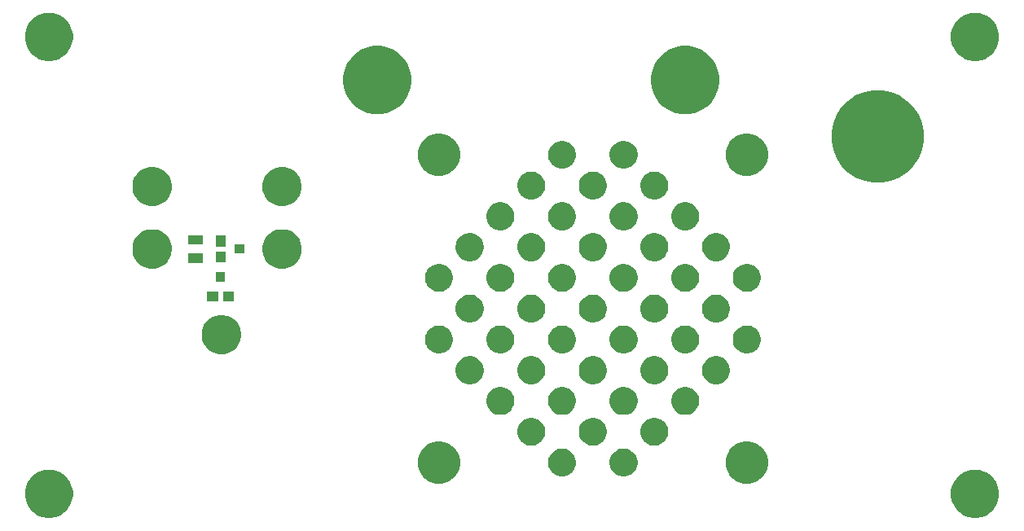
<source format=gbs>
G04 #@! TF.GenerationSoftware,KiCad,Pcbnew,5.0.2-bee76a0~70~ubuntu16.04.1*
G04 #@! TF.CreationDate,2019-08-24T22:06:37-07:00*
G04 #@! TF.ProjectId,endcap,656e6463-6170-42e6-9b69-6361645f7063,rev?*
G04 #@! TF.SameCoordinates,PX2faf080PY2faf080*
G04 #@! TF.FileFunction,Soldermask,Bot*
G04 #@! TF.FilePolarity,Negative*
%FSLAX46Y46*%
G04 Gerber Fmt 4.6, Leading zero omitted, Abs format (unit mm)*
G04 Created by KiCad (PCBNEW 5.0.2-bee76a0~70~ubuntu16.04.1) date Sat 24 Aug 2019 10:06:37 PM PDT*
%MOMM*%
%LPD*%
G01*
G04 APERTURE LIST*
%ADD10C,0.100000*%
G04 APERTURE END LIST*
D10*
G36*
X101612921Y-48797056D02*
X101854515Y-48845112D01*
X102309668Y-49033643D01*
X102713841Y-49303703D01*
X102719297Y-49307349D01*
X103067651Y-49655703D01*
X103341358Y-50065334D01*
X103529888Y-50520486D01*
X103626000Y-51003672D01*
X103626000Y-51496328D01*
X103529888Y-51979514D01*
X103341358Y-52434666D01*
X103067651Y-52844297D01*
X102719297Y-53192651D01*
X102719294Y-53192653D01*
X102309668Y-53466357D01*
X101854515Y-53654888D01*
X101612921Y-53702944D01*
X101371328Y-53751000D01*
X100878672Y-53751000D01*
X100637079Y-53702944D01*
X100395485Y-53654888D01*
X99940332Y-53466357D01*
X99530706Y-53192653D01*
X99530703Y-53192651D01*
X99182349Y-52844297D01*
X98908642Y-52434666D01*
X98720112Y-51979514D01*
X98624000Y-51496328D01*
X98624000Y-51003672D01*
X98720112Y-50520486D01*
X98908642Y-50065334D01*
X99182349Y-49655703D01*
X99530703Y-49307349D01*
X99536159Y-49303703D01*
X99940332Y-49033643D01*
X100395485Y-48845112D01*
X100637079Y-48797056D01*
X100878672Y-48749000D01*
X101371328Y-48749000D01*
X101612921Y-48797056D01*
X101612921Y-48797056D01*
G37*
G36*
X5362921Y-48797056D02*
X5604515Y-48845112D01*
X6059668Y-49033643D01*
X6463841Y-49303703D01*
X6469297Y-49307349D01*
X6817651Y-49655703D01*
X7091358Y-50065334D01*
X7279888Y-50520486D01*
X7376000Y-51003672D01*
X7376000Y-51496328D01*
X7279888Y-51979514D01*
X7091358Y-52434666D01*
X6817651Y-52844297D01*
X6469297Y-53192651D01*
X6469294Y-53192653D01*
X6059668Y-53466357D01*
X5604515Y-53654888D01*
X5362921Y-53702944D01*
X5121328Y-53751000D01*
X4628672Y-53751000D01*
X4387079Y-53702944D01*
X4145485Y-53654888D01*
X3690332Y-53466357D01*
X3280706Y-53192653D01*
X3280703Y-53192651D01*
X2932349Y-52844297D01*
X2658642Y-52434666D01*
X2470112Y-51979514D01*
X2374000Y-51496328D01*
X2374000Y-51003672D01*
X2470112Y-50520486D01*
X2658642Y-50065334D01*
X2932349Y-49655703D01*
X3280703Y-49307349D01*
X3286159Y-49303703D01*
X3690332Y-49033643D01*
X4145485Y-48845112D01*
X4387079Y-48797056D01*
X4628672Y-48749000D01*
X5121328Y-48749000D01*
X5362921Y-48797056D01*
X5362921Y-48797056D01*
G37*
G36*
X46042006Y-45883582D02*
X46442565Y-46049499D01*
X46803059Y-46290373D01*
X47109627Y-46596941D01*
X47350501Y-46957435D01*
X47516418Y-47357994D01*
X47601000Y-47783219D01*
X47601000Y-48216781D01*
X47516418Y-48642006D01*
X47350501Y-49042565D01*
X47109627Y-49403059D01*
X46803059Y-49709627D01*
X46442565Y-49950501D01*
X46042006Y-50116418D01*
X45616781Y-50201000D01*
X45183219Y-50201000D01*
X44757994Y-50116418D01*
X44357435Y-49950501D01*
X43996941Y-49709627D01*
X43690373Y-49403059D01*
X43449499Y-49042565D01*
X43283582Y-48642006D01*
X43199000Y-48216781D01*
X43199000Y-47783219D01*
X43283582Y-47357994D01*
X43449499Y-46957435D01*
X43690373Y-46596941D01*
X43996941Y-46290373D01*
X44357435Y-46049499D01*
X44757994Y-45883582D01*
X45183219Y-45799000D01*
X45616781Y-45799000D01*
X46042006Y-45883582D01*
X46042006Y-45883582D01*
G37*
G36*
X78042006Y-45883582D02*
X78442565Y-46049499D01*
X78803059Y-46290373D01*
X79109627Y-46596941D01*
X79350501Y-46957435D01*
X79516418Y-47357994D01*
X79601000Y-47783219D01*
X79601000Y-48216781D01*
X79516418Y-48642006D01*
X79350501Y-49042565D01*
X79109627Y-49403059D01*
X78803059Y-49709627D01*
X78442565Y-49950501D01*
X78042006Y-50116418D01*
X77616781Y-50201000D01*
X77183219Y-50201000D01*
X76757994Y-50116418D01*
X76357435Y-49950501D01*
X75996941Y-49709627D01*
X75690373Y-49403059D01*
X75449499Y-49042565D01*
X75283582Y-48642006D01*
X75199000Y-48216781D01*
X75199000Y-47783219D01*
X75283582Y-47357994D01*
X75449499Y-46957435D01*
X75690373Y-46596941D01*
X75996941Y-46290373D01*
X76357435Y-46049499D01*
X76757994Y-45883582D01*
X77183219Y-45799000D01*
X77616781Y-45799000D01*
X78042006Y-45883582D01*
X78042006Y-45883582D01*
G37*
G36*
X58623238Y-46604760D02*
X58623240Y-46604761D01*
X58623241Y-46604761D01*
X58887306Y-46714140D01*
X58887307Y-46714141D01*
X59124962Y-46872937D01*
X59327063Y-47075038D01*
X59327065Y-47075041D01*
X59485860Y-47312694D01*
X59595239Y-47576759D01*
X59595240Y-47576762D01*
X59651000Y-47857088D01*
X59651000Y-48142912D01*
X59636307Y-48216781D01*
X59595239Y-48423241D01*
X59485860Y-48687306D01*
X59485859Y-48687307D01*
X59327063Y-48924962D01*
X59124962Y-49127063D01*
X59124959Y-49127065D01*
X58887306Y-49285860D01*
X58623241Y-49395239D01*
X58623240Y-49395239D01*
X58623238Y-49395240D01*
X58342912Y-49451000D01*
X58057088Y-49451000D01*
X57776762Y-49395240D01*
X57776760Y-49395239D01*
X57776759Y-49395239D01*
X57512694Y-49285860D01*
X57275041Y-49127065D01*
X57275038Y-49127063D01*
X57072937Y-48924962D01*
X56914141Y-48687307D01*
X56914140Y-48687306D01*
X56804761Y-48423241D01*
X56763694Y-48216781D01*
X56749000Y-48142912D01*
X56749000Y-47857088D01*
X56804760Y-47576762D01*
X56804761Y-47576759D01*
X56914140Y-47312694D01*
X57072935Y-47075041D01*
X57072937Y-47075038D01*
X57275038Y-46872937D01*
X57512693Y-46714141D01*
X57512694Y-46714140D01*
X57776759Y-46604761D01*
X57776760Y-46604761D01*
X57776762Y-46604760D01*
X58057088Y-46549000D01*
X58342912Y-46549000D01*
X58623238Y-46604760D01*
X58623238Y-46604760D01*
G37*
G36*
X65023238Y-46604760D02*
X65023240Y-46604761D01*
X65023241Y-46604761D01*
X65287306Y-46714140D01*
X65287307Y-46714141D01*
X65524962Y-46872937D01*
X65727063Y-47075038D01*
X65727065Y-47075041D01*
X65885860Y-47312694D01*
X65995239Y-47576759D01*
X65995240Y-47576762D01*
X66051000Y-47857088D01*
X66051000Y-48142912D01*
X66036307Y-48216781D01*
X65995239Y-48423241D01*
X65885860Y-48687306D01*
X65885859Y-48687307D01*
X65727063Y-48924962D01*
X65524962Y-49127063D01*
X65524959Y-49127065D01*
X65287306Y-49285860D01*
X65023241Y-49395239D01*
X65023240Y-49395239D01*
X65023238Y-49395240D01*
X64742912Y-49451000D01*
X64457088Y-49451000D01*
X64176762Y-49395240D01*
X64176760Y-49395239D01*
X64176759Y-49395239D01*
X63912694Y-49285860D01*
X63675041Y-49127065D01*
X63675038Y-49127063D01*
X63472937Y-48924962D01*
X63314141Y-48687307D01*
X63314140Y-48687306D01*
X63204761Y-48423241D01*
X63163694Y-48216781D01*
X63149000Y-48142912D01*
X63149000Y-47857088D01*
X63204760Y-47576762D01*
X63204761Y-47576759D01*
X63314140Y-47312694D01*
X63472935Y-47075041D01*
X63472937Y-47075038D01*
X63675038Y-46872937D01*
X63912693Y-46714141D01*
X63912694Y-46714140D01*
X64176759Y-46604761D01*
X64176760Y-46604761D01*
X64176762Y-46604760D01*
X64457088Y-46549000D01*
X64742912Y-46549000D01*
X65023238Y-46604760D01*
X65023238Y-46604760D01*
G37*
G36*
X55423238Y-43404760D02*
X55423240Y-43404761D01*
X55423241Y-43404761D01*
X55687306Y-43514140D01*
X55687307Y-43514141D01*
X55924962Y-43672937D01*
X56127063Y-43875038D01*
X56127065Y-43875041D01*
X56285860Y-44112694D01*
X56395239Y-44376759D01*
X56451000Y-44657089D01*
X56451000Y-44942911D01*
X56395239Y-45223241D01*
X56285860Y-45487306D01*
X56285859Y-45487307D01*
X56127063Y-45724962D01*
X55924962Y-45927063D01*
X55924959Y-45927065D01*
X55687306Y-46085860D01*
X55423241Y-46195239D01*
X55423240Y-46195239D01*
X55423238Y-46195240D01*
X55142912Y-46251000D01*
X54857088Y-46251000D01*
X54576762Y-46195240D01*
X54576760Y-46195239D01*
X54576759Y-46195239D01*
X54312694Y-46085860D01*
X54075041Y-45927065D01*
X54075038Y-45927063D01*
X53872937Y-45724962D01*
X53714141Y-45487307D01*
X53714140Y-45487306D01*
X53604761Y-45223241D01*
X53549000Y-44942911D01*
X53549000Y-44657089D01*
X53604761Y-44376759D01*
X53714140Y-44112694D01*
X53872935Y-43875041D01*
X53872937Y-43875038D01*
X54075038Y-43672937D01*
X54312693Y-43514141D01*
X54312694Y-43514140D01*
X54576759Y-43404761D01*
X54576760Y-43404761D01*
X54576762Y-43404760D01*
X54857088Y-43349000D01*
X55142912Y-43349000D01*
X55423238Y-43404760D01*
X55423238Y-43404760D01*
G37*
G36*
X61823238Y-43404760D02*
X61823240Y-43404761D01*
X61823241Y-43404761D01*
X62087306Y-43514140D01*
X62087307Y-43514141D01*
X62324962Y-43672937D01*
X62527063Y-43875038D01*
X62527065Y-43875041D01*
X62685860Y-44112694D01*
X62795239Y-44376759D01*
X62851000Y-44657089D01*
X62851000Y-44942911D01*
X62795239Y-45223241D01*
X62685860Y-45487306D01*
X62685859Y-45487307D01*
X62527063Y-45724962D01*
X62324962Y-45927063D01*
X62324959Y-45927065D01*
X62087306Y-46085860D01*
X61823241Y-46195239D01*
X61823240Y-46195239D01*
X61823238Y-46195240D01*
X61542912Y-46251000D01*
X61257088Y-46251000D01*
X60976762Y-46195240D01*
X60976760Y-46195239D01*
X60976759Y-46195239D01*
X60712694Y-46085860D01*
X60475041Y-45927065D01*
X60475038Y-45927063D01*
X60272937Y-45724962D01*
X60114141Y-45487307D01*
X60114140Y-45487306D01*
X60004761Y-45223241D01*
X59949000Y-44942911D01*
X59949000Y-44657089D01*
X60004761Y-44376759D01*
X60114140Y-44112694D01*
X60272935Y-43875041D01*
X60272937Y-43875038D01*
X60475038Y-43672937D01*
X60712693Y-43514141D01*
X60712694Y-43514140D01*
X60976759Y-43404761D01*
X60976760Y-43404761D01*
X60976762Y-43404760D01*
X61257088Y-43349000D01*
X61542912Y-43349000D01*
X61823238Y-43404760D01*
X61823238Y-43404760D01*
G37*
G36*
X68223238Y-43404760D02*
X68223240Y-43404761D01*
X68223241Y-43404761D01*
X68487306Y-43514140D01*
X68487307Y-43514141D01*
X68724962Y-43672937D01*
X68927063Y-43875038D01*
X68927065Y-43875041D01*
X69085860Y-44112694D01*
X69195239Y-44376759D01*
X69251000Y-44657089D01*
X69251000Y-44942911D01*
X69195239Y-45223241D01*
X69085860Y-45487306D01*
X69085859Y-45487307D01*
X68927063Y-45724962D01*
X68724962Y-45927063D01*
X68724959Y-45927065D01*
X68487306Y-46085860D01*
X68223241Y-46195239D01*
X68223240Y-46195239D01*
X68223238Y-46195240D01*
X67942912Y-46251000D01*
X67657088Y-46251000D01*
X67376762Y-46195240D01*
X67376760Y-46195239D01*
X67376759Y-46195239D01*
X67112694Y-46085860D01*
X66875041Y-45927065D01*
X66875038Y-45927063D01*
X66672937Y-45724962D01*
X66514141Y-45487307D01*
X66514140Y-45487306D01*
X66404761Y-45223241D01*
X66349000Y-44942911D01*
X66349000Y-44657089D01*
X66404761Y-44376759D01*
X66514140Y-44112694D01*
X66672935Y-43875041D01*
X66672937Y-43875038D01*
X66875038Y-43672937D01*
X67112693Y-43514141D01*
X67112694Y-43514140D01*
X67376759Y-43404761D01*
X67376760Y-43404761D01*
X67376762Y-43404760D01*
X67657088Y-43349000D01*
X67942912Y-43349000D01*
X68223238Y-43404760D01*
X68223238Y-43404760D01*
G37*
G36*
X52223238Y-40204760D02*
X52223240Y-40204761D01*
X52223241Y-40204761D01*
X52487306Y-40314140D01*
X52487307Y-40314141D01*
X52724962Y-40472937D01*
X52927063Y-40675038D01*
X52927065Y-40675041D01*
X53085860Y-40912694D01*
X53195239Y-41176759D01*
X53251000Y-41457089D01*
X53251000Y-41742911D01*
X53195239Y-42023241D01*
X53085860Y-42287306D01*
X53085859Y-42287307D01*
X52927063Y-42524962D01*
X52724962Y-42727063D01*
X52724959Y-42727065D01*
X52487306Y-42885860D01*
X52223241Y-42995239D01*
X52223240Y-42995239D01*
X52223238Y-42995240D01*
X51942912Y-43051000D01*
X51657088Y-43051000D01*
X51376762Y-42995240D01*
X51376760Y-42995239D01*
X51376759Y-42995239D01*
X51112694Y-42885860D01*
X50875041Y-42727065D01*
X50875038Y-42727063D01*
X50672937Y-42524962D01*
X50514141Y-42287307D01*
X50514140Y-42287306D01*
X50404761Y-42023241D01*
X50349000Y-41742911D01*
X50349000Y-41457089D01*
X50404761Y-41176759D01*
X50514140Y-40912694D01*
X50672935Y-40675041D01*
X50672937Y-40675038D01*
X50875038Y-40472937D01*
X51112693Y-40314141D01*
X51112694Y-40314140D01*
X51376759Y-40204761D01*
X51376760Y-40204761D01*
X51376762Y-40204760D01*
X51657088Y-40149000D01*
X51942912Y-40149000D01*
X52223238Y-40204760D01*
X52223238Y-40204760D01*
G37*
G36*
X58623238Y-40204760D02*
X58623240Y-40204761D01*
X58623241Y-40204761D01*
X58887306Y-40314140D01*
X58887307Y-40314141D01*
X59124962Y-40472937D01*
X59327063Y-40675038D01*
X59327065Y-40675041D01*
X59485860Y-40912694D01*
X59595239Y-41176759D01*
X59651000Y-41457089D01*
X59651000Y-41742911D01*
X59595239Y-42023241D01*
X59485860Y-42287306D01*
X59485859Y-42287307D01*
X59327063Y-42524962D01*
X59124962Y-42727063D01*
X59124959Y-42727065D01*
X58887306Y-42885860D01*
X58623241Y-42995239D01*
X58623240Y-42995239D01*
X58623238Y-42995240D01*
X58342912Y-43051000D01*
X58057088Y-43051000D01*
X57776762Y-42995240D01*
X57776760Y-42995239D01*
X57776759Y-42995239D01*
X57512694Y-42885860D01*
X57275041Y-42727065D01*
X57275038Y-42727063D01*
X57072937Y-42524962D01*
X56914141Y-42287307D01*
X56914140Y-42287306D01*
X56804761Y-42023241D01*
X56749000Y-41742911D01*
X56749000Y-41457089D01*
X56804761Y-41176759D01*
X56914140Y-40912694D01*
X57072935Y-40675041D01*
X57072937Y-40675038D01*
X57275038Y-40472937D01*
X57512693Y-40314141D01*
X57512694Y-40314140D01*
X57776759Y-40204761D01*
X57776760Y-40204761D01*
X57776762Y-40204760D01*
X58057088Y-40149000D01*
X58342912Y-40149000D01*
X58623238Y-40204760D01*
X58623238Y-40204760D01*
G37*
G36*
X65023238Y-40204760D02*
X65023240Y-40204761D01*
X65023241Y-40204761D01*
X65287306Y-40314140D01*
X65287307Y-40314141D01*
X65524962Y-40472937D01*
X65727063Y-40675038D01*
X65727065Y-40675041D01*
X65885860Y-40912694D01*
X65995239Y-41176759D01*
X66051000Y-41457089D01*
X66051000Y-41742911D01*
X65995239Y-42023241D01*
X65885860Y-42287306D01*
X65885859Y-42287307D01*
X65727063Y-42524962D01*
X65524962Y-42727063D01*
X65524959Y-42727065D01*
X65287306Y-42885860D01*
X65023241Y-42995239D01*
X65023240Y-42995239D01*
X65023238Y-42995240D01*
X64742912Y-43051000D01*
X64457088Y-43051000D01*
X64176762Y-42995240D01*
X64176760Y-42995239D01*
X64176759Y-42995239D01*
X63912694Y-42885860D01*
X63675041Y-42727065D01*
X63675038Y-42727063D01*
X63472937Y-42524962D01*
X63314141Y-42287307D01*
X63314140Y-42287306D01*
X63204761Y-42023241D01*
X63149000Y-41742911D01*
X63149000Y-41457089D01*
X63204761Y-41176759D01*
X63314140Y-40912694D01*
X63472935Y-40675041D01*
X63472937Y-40675038D01*
X63675038Y-40472937D01*
X63912693Y-40314141D01*
X63912694Y-40314140D01*
X64176759Y-40204761D01*
X64176760Y-40204761D01*
X64176762Y-40204760D01*
X64457088Y-40149000D01*
X64742912Y-40149000D01*
X65023238Y-40204760D01*
X65023238Y-40204760D01*
G37*
G36*
X71423238Y-40204760D02*
X71423240Y-40204761D01*
X71423241Y-40204761D01*
X71687306Y-40314140D01*
X71687307Y-40314141D01*
X71924962Y-40472937D01*
X72127063Y-40675038D01*
X72127065Y-40675041D01*
X72285860Y-40912694D01*
X72395239Y-41176759D01*
X72451000Y-41457089D01*
X72451000Y-41742911D01*
X72395239Y-42023241D01*
X72285860Y-42287306D01*
X72285859Y-42287307D01*
X72127063Y-42524962D01*
X71924962Y-42727063D01*
X71924959Y-42727065D01*
X71687306Y-42885860D01*
X71423241Y-42995239D01*
X71423240Y-42995239D01*
X71423238Y-42995240D01*
X71142912Y-43051000D01*
X70857088Y-43051000D01*
X70576762Y-42995240D01*
X70576760Y-42995239D01*
X70576759Y-42995239D01*
X70312694Y-42885860D01*
X70075041Y-42727065D01*
X70075038Y-42727063D01*
X69872937Y-42524962D01*
X69714141Y-42287307D01*
X69714140Y-42287306D01*
X69604761Y-42023241D01*
X69549000Y-41742911D01*
X69549000Y-41457089D01*
X69604761Y-41176759D01*
X69714140Y-40912694D01*
X69872935Y-40675041D01*
X69872937Y-40675038D01*
X70075038Y-40472937D01*
X70312693Y-40314141D01*
X70312694Y-40314140D01*
X70576759Y-40204761D01*
X70576760Y-40204761D01*
X70576762Y-40204760D01*
X70857088Y-40149000D01*
X71142912Y-40149000D01*
X71423238Y-40204760D01*
X71423238Y-40204760D01*
G37*
G36*
X74623238Y-37004760D02*
X74623240Y-37004761D01*
X74623241Y-37004761D01*
X74887306Y-37114140D01*
X74887307Y-37114141D01*
X75124962Y-37272937D01*
X75327063Y-37475038D01*
X75327065Y-37475041D01*
X75485860Y-37712694D01*
X75595239Y-37976759D01*
X75651000Y-38257089D01*
X75651000Y-38542911D01*
X75595239Y-38823241D01*
X75485860Y-39087306D01*
X75485859Y-39087307D01*
X75327063Y-39324962D01*
X75124962Y-39527063D01*
X75124959Y-39527065D01*
X74887306Y-39685860D01*
X74623241Y-39795239D01*
X74623240Y-39795239D01*
X74623238Y-39795240D01*
X74342912Y-39851000D01*
X74057088Y-39851000D01*
X73776762Y-39795240D01*
X73776760Y-39795239D01*
X73776759Y-39795239D01*
X73512694Y-39685860D01*
X73275041Y-39527065D01*
X73275038Y-39527063D01*
X73072937Y-39324962D01*
X72914141Y-39087307D01*
X72914140Y-39087306D01*
X72804761Y-38823241D01*
X72749000Y-38542911D01*
X72749000Y-38257089D01*
X72804761Y-37976759D01*
X72914140Y-37712694D01*
X73072935Y-37475041D01*
X73072937Y-37475038D01*
X73275038Y-37272937D01*
X73512693Y-37114141D01*
X73512694Y-37114140D01*
X73776759Y-37004761D01*
X73776760Y-37004761D01*
X73776762Y-37004760D01*
X74057088Y-36949000D01*
X74342912Y-36949000D01*
X74623238Y-37004760D01*
X74623238Y-37004760D01*
G37*
G36*
X68223238Y-37004760D02*
X68223240Y-37004761D01*
X68223241Y-37004761D01*
X68487306Y-37114140D01*
X68487307Y-37114141D01*
X68724962Y-37272937D01*
X68927063Y-37475038D01*
X68927065Y-37475041D01*
X69085860Y-37712694D01*
X69195239Y-37976759D01*
X69251000Y-38257089D01*
X69251000Y-38542911D01*
X69195239Y-38823241D01*
X69085860Y-39087306D01*
X69085859Y-39087307D01*
X68927063Y-39324962D01*
X68724962Y-39527063D01*
X68724959Y-39527065D01*
X68487306Y-39685860D01*
X68223241Y-39795239D01*
X68223240Y-39795239D01*
X68223238Y-39795240D01*
X67942912Y-39851000D01*
X67657088Y-39851000D01*
X67376762Y-39795240D01*
X67376760Y-39795239D01*
X67376759Y-39795239D01*
X67112694Y-39685860D01*
X66875041Y-39527065D01*
X66875038Y-39527063D01*
X66672937Y-39324962D01*
X66514141Y-39087307D01*
X66514140Y-39087306D01*
X66404761Y-38823241D01*
X66349000Y-38542911D01*
X66349000Y-38257089D01*
X66404761Y-37976759D01*
X66514140Y-37712694D01*
X66672935Y-37475041D01*
X66672937Y-37475038D01*
X66875038Y-37272937D01*
X67112693Y-37114141D01*
X67112694Y-37114140D01*
X67376759Y-37004761D01*
X67376760Y-37004761D01*
X67376762Y-37004760D01*
X67657088Y-36949000D01*
X67942912Y-36949000D01*
X68223238Y-37004760D01*
X68223238Y-37004760D01*
G37*
G36*
X49023238Y-37004760D02*
X49023240Y-37004761D01*
X49023241Y-37004761D01*
X49287306Y-37114140D01*
X49287307Y-37114141D01*
X49524962Y-37272937D01*
X49727063Y-37475038D01*
X49727065Y-37475041D01*
X49885860Y-37712694D01*
X49995239Y-37976759D01*
X50051000Y-38257089D01*
X50051000Y-38542911D01*
X49995239Y-38823241D01*
X49885860Y-39087306D01*
X49885859Y-39087307D01*
X49727063Y-39324962D01*
X49524962Y-39527063D01*
X49524959Y-39527065D01*
X49287306Y-39685860D01*
X49023241Y-39795239D01*
X49023240Y-39795239D01*
X49023238Y-39795240D01*
X48742912Y-39851000D01*
X48457088Y-39851000D01*
X48176762Y-39795240D01*
X48176760Y-39795239D01*
X48176759Y-39795239D01*
X47912694Y-39685860D01*
X47675041Y-39527065D01*
X47675038Y-39527063D01*
X47472937Y-39324962D01*
X47314141Y-39087307D01*
X47314140Y-39087306D01*
X47204761Y-38823241D01*
X47149000Y-38542911D01*
X47149000Y-38257089D01*
X47204761Y-37976759D01*
X47314140Y-37712694D01*
X47472935Y-37475041D01*
X47472937Y-37475038D01*
X47675038Y-37272937D01*
X47912693Y-37114141D01*
X47912694Y-37114140D01*
X48176759Y-37004761D01*
X48176760Y-37004761D01*
X48176762Y-37004760D01*
X48457088Y-36949000D01*
X48742912Y-36949000D01*
X49023238Y-37004760D01*
X49023238Y-37004760D01*
G37*
G36*
X55423238Y-37004760D02*
X55423240Y-37004761D01*
X55423241Y-37004761D01*
X55687306Y-37114140D01*
X55687307Y-37114141D01*
X55924962Y-37272937D01*
X56127063Y-37475038D01*
X56127065Y-37475041D01*
X56285860Y-37712694D01*
X56395239Y-37976759D01*
X56451000Y-38257089D01*
X56451000Y-38542911D01*
X56395239Y-38823241D01*
X56285860Y-39087306D01*
X56285859Y-39087307D01*
X56127063Y-39324962D01*
X55924962Y-39527063D01*
X55924959Y-39527065D01*
X55687306Y-39685860D01*
X55423241Y-39795239D01*
X55423240Y-39795239D01*
X55423238Y-39795240D01*
X55142912Y-39851000D01*
X54857088Y-39851000D01*
X54576762Y-39795240D01*
X54576760Y-39795239D01*
X54576759Y-39795239D01*
X54312694Y-39685860D01*
X54075041Y-39527065D01*
X54075038Y-39527063D01*
X53872937Y-39324962D01*
X53714141Y-39087307D01*
X53714140Y-39087306D01*
X53604761Y-38823241D01*
X53549000Y-38542911D01*
X53549000Y-38257089D01*
X53604761Y-37976759D01*
X53714140Y-37712694D01*
X53872935Y-37475041D01*
X53872937Y-37475038D01*
X54075038Y-37272937D01*
X54312693Y-37114141D01*
X54312694Y-37114140D01*
X54576759Y-37004761D01*
X54576760Y-37004761D01*
X54576762Y-37004760D01*
X54857088Y-36949000D01*
X55142912Y-36949000D01*
X55423238Y-37004760D01*
X55423238Y-37004760D01*
G37*
G36*
X61823238Y-37004760D02*
X61823240Y-37004761D01*
X61823241Y-37004761D01*
X62087306Y-37114140D01*
X62087307Y-37114141D01*
X62324962Y-37272937D01*
X62527063Y-37475038D01*
X62527065Y-37475041D01*
X62685860Y-37712694D01*
X62795239Y-37976759D01*
X62851000Y-38257089D01*
X62851000Y-38542911D01*
X62795239Y-38823241D01*
X62685860Y-39087306D01*
X62685859Y-39087307D01*
X62527063Y-39324962D01*
X62324962Y-39527063D01*
X62324959Y-39527065D01*
X62087306Y-39685860D01*
X61823241Y-39795239D01*
X61823240Y-39795239D01*
X61823238Y-39795240D01*
X61542912Y-39851000D01*
X61257088Y-39851000D01*
X60976762Y-39795240D01*
X60976760Y-39795239D01*
X60976759Y-39795239D01*
X60712694Y-39685860D01*
X60475041Y-39527065D01*
X60475038Y-39527063D01*
X60272937Y-39324962D01*
X60114141Y-39087307D01*
X60114140Y-39087306D01*
X60004761Y-38823241D01*
X59949000Y-38542911D01*
X59949000Y-38257089D01*
X60004761Y-37976759D01*
X60114140Y-37712694D01*
X60272935Y-37475041D01*
X60272937Y-37475038D01*
X60475038Y-37272937D01*
X60712693Y-37114141D01*
X60712694Y-37114140D01*
X60976759Y-37004761D01*
X60976760Y-37004761D01*
X60976762Y-37004760D01*
X61257088Y-36949000D01*
X61542912Y-36949000D01*
X61823238Y-37004760D01*
X61823238Y-37004760D01*
G37*
G36*
X23398252Y-32727818D02*
X23398254Y-32727819D01*
X23398255Y-32727819D01*
X23771513Y-32882427D01*
X23835171Y-32924962D01*
X24107439Y-33106886D01*
X24393114Y-33392561D01*
X24393116Y-33392564D01*
X24617573Y-33728487D01*
X24760248Y-34072937D01*
X24772182Y-34101748D01*
X24806652Y-34275041D01*
X24851000Y-34497994D01*
X24851000Y-34902006D01*
X24772181Y-35298255D01*
X24617573Y-35671513D01*
X24617572Y-35671514D01*
X24393114Y-36007439D01*
X24107439Y-36293114D01*
X24107436Y-36293116D01*
X23771513Y-36517573D01*
X23398255Y-36672181D01*
X23398254Y-36672181D01*
X23398252Y-36672182D01*
X23002007Y-36751000D01*
X22597993Y-36751000D01*
X22201748Y-36672182D01*
X22201746Y-36672181D01*
X22201745Y-36672181D01*
X21828487Y-36517573D01*
X21492564Y-36293116D01*
X21492561Y-36293114D01*
X21206886Y-36007439D01*
X20982428Y-35671514D01*
X20982427Y-35671513D01*
X20827819Y-35298255D01*
X20749000Y-34902006D01*
X20749000Y-34497994D01*
X20793348Y-34275041D01*
X20827818Y-34101748D01*
X20839752Y-34072937D01*
X20982427Y-33728487D01*
X21206884Y-33392564D01*
X21206886Y-33392561D01*
X21492561Y-33106886D01*
X21764829Y-32924962D01*
X21828487Y-32882427D01*
X22201745Y-32727819D01*
X22201746Y-32727819D01*
X22201748Y-32727818D01*
X22597993Y-32649000D01*
X23002007Y-32649000D01*
X23398252Y-32727818D01*
X23398252Y-32727818D01*
G37*
G36*
X52223238Y-33804760D02*
X52223240Y-33804761D01*
X52223241Y-33804761D01*
X52487306Y-33914140D01*
X52487307Y-33914141D01*
X52724962Y-34072937D01*
X52927063Y-34275038D01*
X52927065Y-34275041D01*
X53085860Y-34512694D01*
X53195239Y-34776759D01*
X53195240Y-34776762D01*
X53251000Y-35057088D01*
X53251000Y-35342911D01*
X53195239Y-35623241D01*
X53085860Y-35887306D01*
X52929206Y-36121754D01*
X52927063Y-36124962D01*
X52724962Y-36327063D01*
X52724959Y-36327065D01*
X52487306Y-36485860D01*
X52223241Y-36595239D01*
X52223240Y-36595239D01*
X52223238Y-36595240D01*
X51942912Y-36651000D01*
X51657088Y-36651000D01*
X51376762Y-36595240D01*
X51376760Y-36595239D01*
X51376759Y-36595239D01*
X51112694Y-36485860D01*
X50875041Y-36327065D01*
X50875038Y-36327063D01*
X50672937Y-36124962D01*
X50670794Y-36121754D01*
X50514140Y-35887306D01*
X50404761Y-35623241D01*
X50349000Y-35342911D01*
X50349000Y-35057088D01*
X50404760Y-34776762D01*
X50404761Y-34776759D01*
X50514140Y-34512694D01*
X50672935Y-34275041D01*
X50672937Y-34275038D01*
X50875038Y-34072937D01*
X51112693Y-33914141D01*
X51112694Y-33914140D01*
X51376759Y-33804761D01*
X51376760Y-33804761D01*
X51376762Y-33804760D01*
X51657088Y-33749000D01*
X51942912Y-33749000D01*
X52223238Y-33804760D01*
X52223238Y-33804760D01*
G37*
G36*
X45823238Y-33804760D02*
X45823240Y-33804761D01*
X45823241Y-33804761D01*
X46087306Y-33914140D01*
X46087307Y-33914141D01*
X46324962Y-34072937D01*
X46527063Y-34275038D01*
X46527065Y-34275041D01*
X46685860Y-34512694D01*
X46795239Y-34776759D01*
X46795240Y-34776762D01*
X46851000Y-35057088D01*
X46851000Y-35342911D01*
X46795239Y-35623241D01*
X46685860Y-35887306D01*
X46529206Y-36121754D01*
X46527063Y-36124962D01*
X46324962Y-36327063D01*
X46324959Y-36327065D01*
X46087306Y-36485860D01*
X45823241Y-36595239D01*
X45823240Y-36595239D01*
X45823238Y-36595240D01*
X45542912Y-36651000D01*
X45257088Y-36651000D01*
X44976762Y-36595240D01*
X44976760Y-36595239D01*
X44976759Y-36595239D01*
X44712694Y-36485860D01*
X44475041Y-36327065D01*
X44475038Y-36327063D01*
X44272937Y-36124962D01*
X44270794Y-36121754D01*
X44114140Y-35887306D01*
X44004761Y-35623241D01*
X43949000Y-35342911D01*
X43949000Y-35057088D01*
X44004760Y-34776762D01*
X44004761Y-34776759D01*
X44114140Y-34512694D01*
X44272935Y-34275041D01*
X44272937Y-34275038D01*
X44475038Y-34072937D01*
X44712693Y-33914141D01*
X44712694Y-33914140D01*
X44976759Y-33804761D01*
X44976760Y-33804761D01*
X44976762Y-33804760D01*
X45257088Y-33749000D01*
X45542912Y-33749000D01*
X45823238Y-33804760D01*
X45823238Y-33804760D01*
G37*
G36*
X58623238Y-33804760D02*
X58623240Y-33804761D01*
X58623241Y-33804761D01*
X58887306Y-33914140D01*
X58887307Y-33914141D01*
X59124962Y-34072937D01*
X59327063Y-34275038D01*
X59327065Y-34275041D01*
X59485860Y-34512694D01*
X59595239Y-34776759D01*
X59595240Y-34776762D01*
X59651000Y-35057088D01*
X59651000Y-35342911D01*
X59595239Y-35623241D01*
X59485860Y-35887306D01*
X59329206Y-36121754D01*
X59327063Y-36124962D01*
X59124962Y-36327063D01*
X59124959Y-36327065D01*
X58887306Y-36485860D01*
X58623241Y-36595239D01*
X58623240Y-36595239D01*
X58623238Y-36595240D01*
X58342912Y-36651000D01*
X58057088Y-36651000D01*
X57776762Y-36595240D01*
X57776760Y-36595239D01*
X57776759Y-36595239D01*
X57512694Y-36485860D01*
X57275041Y-36327065D01*
X57275038Y-36327063D01*
X57072937Y-36124962D01*
X57070794Y-36121754D01*
X56914140Y-35887306D01*
X56804761Y-35623241D01*
X56749000Y-35342911D01*
X56749000Y-35057088D01*
X56804760Y-34776762D01*
X56804761Y-34776759D01*
X56914140Y-34512694D01*
X57072935Y-34275041D01*
X57072937Y-34275038D01*
X57275038Y-34072937D01*
X57512693Y-33914141D01*
X57512694Y-33914140D01*
X57776759Y-33804761D01*
X57776760Y-33804761D01*
X57776762Y-33804760D01*
X58057088Y-33749000D01*
X58342912Y-33749000D01*
X58623238Y-33804760D01*
X58623238Y-33804760D01*
G37*
G36*
X65023238Y-33804760D02*
X65023240Y-33804761D01*
X65023241Y-33804761D01*
X65287306Y-33914140D01*
X65287307Y-33914141D01*
X65524962Y-34072937D01*
X65727063Y-34275038D01*
X65727065Y-34275041D01*
X65885860Y-34512694D01*
X65995239Y-34776759D01*
X65995240Y-34776762D01*
X66051000Y-35057088D01*
X66051000Y-35342911D01*
X65995239Y-35623241D01*
X65885860Y-35887306D01*
X65729206Y-36121754D01*
X65727063Y-36124962D01*
X65524962Y-36327063D01*
X65524959Y-36327065D01*
X65287306Y-36485860D01*
X65023241Y-36595239D01*
X65023240Y-36595239D01*
X65023238Y-36595240D01*
X64742912Y-36651000D01*
X64457088Y-36651000D01*
X64176762Y-36595240D01*
X64176760Y-36595239D01*
X64176759Y-36595239D01*
X63912694Y-36485860D01*
X63675041Y-36327065D01*
X63675038Y-36327063D01*
X63472937Y-36124962D01*
X63470794Y-36121754D01*
X63314140Y-35887306D01*
X63204761Y-35623241D01*
X63149000Y-35342911D01*
X63149000Y-35057088D01*
X63204760Y-34776762D01*
X63204761Y-34776759D01*
X63314140Y-34512694D01*
X63472935Y-34275041D01*
X63472937Y-34275038D01*
X63675038Y-34072937D01*
X63912693Y-33914141D01*
X63912694Y-33914140D01*
X64176759Y-33804761D01*
X64176760Y-33804761D01*
X64176762Y-33804760D01*
X64457088Y-33749000D01*
X64742912Y-33749000D01*
X65023238Y-33804760D01*
X65023238Y-33804760D01*
G37*
G36*
X71423238Y-33804760D02*
X71423240Y-33804761D01*
X71423241Y-33804761D01*
X71687306Y-33914140D01*
X71687307Y-33914141D01*
X71924962Y-34072937D01*
X72127063Y-34275038D01*
X72127065Y-34275041D01*
X72285860Y-34512694D01*
X72395239Y-34776759D01*
X72395240Y-34776762D01*
X72451000Y-35057088D01*
X72451000Y-35342911D01*
X72395239Y-35623241D01*
X72285860Y-35887306D01*
X72129206Y-36121754D01*
X72127063Y-36124962D01*
X71924962Y-36327063D01*
X71924959Y-36327065D01*
X71687306Y-36485860D01*
X71423241Y-36595239D01*
X71423240Y-36595239D01*
X71423238Y-36595240D01*
X71142912Y-36651000D01*
X70857088Y-36651000D01*
X70576762Y-36595240D01*
X70576760Y-36595239D01*
X70576759Y-36595239D01*
X70312694Y-36485860D01*
X70075041Y-36327065D01*
X70075038Y-36327063D01*
X69872937Y-36124962D01*
X69870794Y-36121754D01*
X69714140Y-35887306D01*
X69604761Y-35623241D01*
X69549000Y-35342911D01*
X69549000Y-35057088D01*
X69604760Y-34776762D01*
X69604761Y-34776759D01*
X69714140Y-34512694D01*
X69872935Y-34275041D01*
X69872937Y-34275038D01*
X70075038Y-34072937D01*
X70312693Y-33914141D01*
X70312694Y-33914140D01*
X70576759Y-33804761D01*
X70576760Y-33804761D01*
X70576762Y-33804760D01*
X70857088Y-33749000D01*
X71142912Y-33749000D01*
X71423238Y-33804760D01*
X71423238Y-33804760D01*
G37*
G36*
X77823238Y-33804760D02*
X77823240Y-33804761D01*
X77823241Y-33804761D01*
X78087306Y-33914140D01*
X78087307Y-33914141D01*
X78324962Y-34072937D01*
X78527063Y-34275038D01*
X78527065Y-34275041D01*
X78685860Y-34512694D01*
X78795239Y-34776759D01*
X78795240Y-34776762D01*
X78851000Y-35057088D01*
X78851000Y-35342911D01*
X78795239Y-35623241D01*
X78685860Y-35887306D01*
X78529206Y-36121754D01*
X78527063Y-36124962D01*
X78324962Y-36327063D01*
X78324959Y-36327065D01*
X78087306Y-36485860D01*
X77823241Y-36595239D01*
X77823240Y-36595239D01*
X77823238Y-36595240D01*
X77542912Y-36651000D01*
X77257088Y-36651000D01*
X76976762Y-36595240D01*
X76976760Y-36595239D01*
X76976759Y-36595239D01*
X76712694Y-36485860D01*
X76475041Y-36327065D01*
X76475038Y-36327063D01*
X76272937Y-36124962D01*
X76270794Y-36121754D01*
X76114140Y-35887306D01*
X76004761Y-35623241D01*
X75949000Y-35342911D01*
X75949000Y-35057088D01*
X76004760Y-34776762D01*
X76004761Y-34776759D01*
X76114140Y-34512694D01*
X76272935Y-34275041D01*
X76272937Y-34275038D01*
X76475038Y-34072937D01*
X76712693Y-33914141D01*
X76712694Y-33914140D01*
X76976759Y-33804761D01*
X76976760Y-33804761D01*
X76976762Y-33804760D01*
X77257088Y-33749000D01*
X77542912Y-33749000D01*
X77823238Y-33804760D01*
X77823238Y-33804760D01*
G37*
G36*
X49023238Y-30604760D02*
X49023240Y-30604761D01*
X49023241Y-30604761D01*
X49287306Y-30714140D01*
X49287307Y-30714141D01*
X49524962Y-30872937D01*
X49727063Y-31075038D01*
X49727065Y-31075041D01*
X49885860Y-31312694D01*
X49995239Y-31576759D01*
X50051000Y-31857089D01*
X50051000Y-32142911D01*
X49995239Y-32423241D01*
X49885860Y-32687306D01*
X49858790Y-32727819D01*
X49727063Y-32924962D01*
X49524962Y-33127063D01*
X49524959Y-33127065D01*
X49287306Y-33285860D01*
X49023241Y-33395239D01*
X49023240Y-33395239D01*
X49023238Y-33395240D01*
X48742912Y-33451000D01*
X48457088Y-33451000D01*
X48176762Y-33395240D01*
X48176760Y-33395239D01*
X48176759Y-33395239D01*
X47912694Y-33285860D01*
X47675041Y-33127065D01*
X47675038Y-33127063D01*
X47472937Y-32924962D01*
X47341210Y-32727819D01*
X47314140Y-32687306D01*
X47204761Y-32423241D01*
X47149000Y-32142911D01*
X47149000Y-31857089D01*
X47204761Y-31576759D01*
X47314140Y-31312694D01*
X47472935Y-31075041D01*
X47472937Y-31075038D01*
X47675038Y-30872937D01*
X47912693Y-30714141D01*
X47912694Y-30714140D01*
X48176759Y-30604761D01*
X48176760Y-30604761D01*
X48176762Y-30604760D01*
X48457088Y-30549000D01*
X48742912Y-30549000D01*
X49023238Y-30604760D01*
X49023238Y-30604760D01*
G37*
G36*
X55423238Y-30604760D02*
X55423240Y-30604761D01*
X55423241Y-30604761D01*
X55687306Y-30714140D01*
X55687307Y-30714141D01*
X55924962Y-30872937D01*
X56127063Y-31075038D01*
X56127065Y-31075041D01*
X56285860Y-31312694D01*
X56395239Y-31576759D01*
X56451000Y-31857089D01*
X56451000Y-32142911D01*
X56395239Y-32423241D01*
X56285860Y-32687306D01*
X56258790Y-32727819D01*
X56127063Y-32924962D01*
X55924962Y-33127063D01*
X55924959Y-33127065D01*
X55687306Y-33285860D01*
X55423241Y-33395239D01*
X55423240Y-33395239D01*
X55423238Y-33395240D01*
X55142912Y-33451000D01*
X54857088Y-33451000D01*
X54576762Y-33395240D01*
X54576760Y-33395239D01*
X54576759Y-33395239D01*
X54312694Y-33285860D01*
X54075041Y-33127065D01*
X54075038Y-33127063D01*
X53872937Y-32924962D01*
X53741210Y-32727819D01*
X53714140Y-32687306D01*
X53604761Y-32423241D01*
X53549000Y-32142911D01*
X53549000Y-31857089D01*
X53604761Y-31576759D01*
X53714140Y-31312694D01*
X53872935Y-31075041D01*
X53872937Y-31075038D01*
X54075038Y-30872937D01*
X54312693Y-30714141D01*
X54312694Y-30714140D01*
X54576759Y-30604761D01*
X54576760Y-30604761D01*
X54576762Y-30604760D01*
X54857088Y-30549000D01*
X55142912Y-30549000D01*
X55423238Y-30604760D01*
X55423238Y-30604760D01*
G37*
G36*
X61823238Y-30604760D02*
X61823240Y-30604761D01*
X61823241Y-30604761D01*
X62087306Y-30714140D01*
X62087307Y-30714141D01*
X62324962Y-30872937D01*
X62527063Y-31075038D01*
X62527065Y-31075041D01*
X62685860Y-31312694D01*
X62795239Y-31576759D01*
X62851000Y-31857089D01*
X62851000Y-32142911D01*
X62795239Y-32423241D01*
X62685860Y-32687306D01*
X62658790Y-32727819D01*
X62527063Y-32924962D01*
X62324962Y-33127063D01*
X62324959Y-33127065D01*
X62087306Y-33285860D01*
X61823241Y-33395239D01*
X61823240Y-33395239D01*
X61823238Y-33395240D01*
X61542912Y-33451000D01*
X61257088Y-33451000D01*
X60976762Y-33395240D01*
X60976760Y-33395239D01*
X60976759Y-33395239D01*
X60712694Y-33285860D01*
X60475041Y-33127065D01*
X60475038Y-33127063D01*
X60272937Y-32924962D01*
X60141210Y-32727819D01*
X60114140Y-32687306D01*
X60004761Y-32423241D01*
X59949000Y-32142911D01*
X59949000Y-31857089D01*
X60004761Y-31576759D01*
X60114140Y-31312694D01*
X60272935Y-31075041D01*
X60272937Y-31075038D01*
X60475038Y-30872937D01*
X60712693Y-30714141D01*
X60712694Y-30714140D01*
X60976759Y-30604761D01*
X60976760Y-30604761D01*
X60976762Y-30604760D01*
X61257088Y-30549000D01*
X61542912Y-30549000D01*
X61823238Y-30604760D01*
X61823238Y-30604760D01*
G37*
G36*
X74623238Y-30604760D02*
X74623240Y-30604761D01*
X74623241Y-30604761D01*
X74887306Y-30714140D01*
X74887307Y-30714141D01*
X75124962Y-30872937D01*
X75327063Y-31075038D01*
X75327065Y-31075041D01*
X75485860Y-31312694D01*
X75595239Y-31576759D01*
X75651000Y-31857089D01*
X75651000Y-32142911D01*
X75595239Y-32423241D01*
X75485860Y-32687306D01*
X75458790Y-32727819D01*
X75327063Y-32924962D01*
X75124962Y-33127063D01*
X75124959Y-33127065D01*
X74887306Y-33285860D01*
X74623241Y-33395239D01*
X74623240Y-33395239D01*
X74623238Y-33395240D01*
X74342912Y-33451000D01*
X74057088Y-33451000D01*
X73776762Y-33395240D01*
X73776760Y-33395239D01*
X73776759Y-33395239D01*
X73512694Y-33285860D01*
X73275041Y-33127065D01*
X73275038Y-33127063D01*
X73072937Y-32924962D01*
X72941210Y-32727819D01*
X72914140Y-32687306D01*
X72804761Y-32423241D01*
X72749000Y-32142911D01*
X72749000Y-31857089D01*
X72804761Y-31576759D01*
X72914140Y-31312694D01*
X73072935Y-31075041D01*
X73072937Y-31075038D01*
X73275038Y-30872937D01*
X73512693Y-30714141D01*
X73512694Y-30714140D01*
X73776759Y-30604761D01*
X73776760Y-30604761D01*
X73776762Y-30604760D01*
X74057088Y-30549000D01*
X74342912Y-30549000D01*
X74623238Y-30604760D01*
X74623238Y-30604760D01*
G37*
G36*
X68223238Y-30604760D02*
X68223240Y-30604761D01*
X68223241Y-30604761D01*
X68487306Y-30714140D01*
X68487307Y-30714141D01*
X68724962Y-30872937D01*
X68927063Y-31075038D01*
X68927065Y-31075041D01*
X69085860Y-31312694D01*
X69195239Y-31576759D01*
X69251000Y-31857089D01*
X69251000Y-32142911D01*
X69195239Y-32423241D01*
X69085860Y-32687306D01*
X69058790Y-32727819D01*
X68927063Y-32924962D01*
X68724962Y-33127063D01*
X68724959Y-33127065D01*
X68487306Y-33285860D01*
X68223241Y-33395239D01*
X68223240Y-33395239D01*
X68223238Y-33395240D01*
X67942912Y-33451000D01*
X67657088Y-33451000D01*
X67376762Y-33395240D01*
X67376760Y-33395239D01*
X67376759Y-33395239D01*
X67112694Y-33285860D01*
X66875041Y-33127065D01*
X66875038Y-33127063D01*
X66672937Y-32924962D01*
X66541210Y-32727819D01*
X66514140Y-32687306D01*
X66404761Y-32423241D01*
X66349000Y-32142911D01*
X66349000Y-31857089D01*
X66404761Y-31576759D01*
X66514140Y-31312694D01*
X66672935Y-31075041D01*
X66672937Y-31075038D01*
X66875038Y-30872937D01*
X67112693Y-30714141D01*
X67112694Y-30714140D01*
X67376759Y-30604761D01*
X67376760Y-30604761D01*
X67376762Y-30604760D01*
X67657088Y-30549000D01*
X67942912Y-30549000D01*
X68223238Y-30604760D01*
X68223238Y-30604760D01*
G37*
G36*
X24101000Y-31201000D02*
X22949000Y-31201000D01*
X22949000Y-30199000D01*
X24101000Y-30199000D01*
X24101000Y-31201000D01*
X24101000Y-31201000D01*
G37*
G36*
X22451000Y-31201000D02*
X21299000Y-31201000D01*
X21299000Y-30199000D01*
X22451000Y-30199000D01*
X22451000Y-31201000D01*
X22451000Y-31201000D01*
G37*
G36*
X45823238Y-27404760D02*
X45823240Y-27404761D01*
X45823241Y-27404761D01*
X46087306Y-27514140D01*
X46242104Y-27617573D01*
X46324962Y-27672937D01*
X46527063Y-27875038D01*
X46527065Y-27875041D01*
X46685860Y-28112694D01*
X46795239Y-28376759D01*
X46851000Y-28657089D01*
X46851000Y-28942911D01*
X46795239Y-29223241D01*
X46685860Y-29487306D01*
X46685859Y-29487307D01*
X46527063Y-29724962D01*
X46324962Y-29927063D01*
X46324959Y-29927065D01*
X46087306Y-30085860D01*
X45823241Y-30195239D01*
X45823240Y-30195239D01*
X45823238Y-30195240D01*
X45542912Y-30251000D01*
X45257088Y-30251000D01*
X44976762Y-30195240D01*
X44976760Y-30195239D01*
X44976759Y-30195239D01*
X44712694Y-30085860D01*
X44475041Y-29927065D01*
X44475038Y-29927063D01*
X44272937Y-29724962D01*
X44114141Y-29487307D01*
X44114140Y-29487306D01*
X44004761Y-29223241D01*
X43949000Y-28942911D01*
X43949000Y-28657089D01*
X44004761Y-28376759D01*
X44114140Y-28112694D01*
X44272935Y-27875041D01*
X44272937Y-27875038D01*
X44475038Y-27672937D01*
X44557896Y-27617573D01*
X44712694Y-27514140D01*
X44976759Y-27404761D01*
X44976760Y-27404761D01*
X44976762Y-27404760D01*
X45257088Y-27349000D01*
X45542912Y-27349000D01*
X45823238Y-27404760D01*
X45823238Y-27404760D01*
G37*
G36*
X52223238Y-27404760D02*
X52223240Y-27404761D01*
X52223241Y-27404761D01*
X52487306Y-27514140D01*
X52642104Y-27617573D01*
X52724962Y-27672937D01*
X52927063Y-27875038D01*
X52927065Y-27875041D01*
X53085860Y-28112694D01*
X53195239Y-28376759D01*
X53251000Y-28657089D01*
X53251000Y-28942911D01*
X53195239Y-29223241D01*
X53085860Y-29487306D01*
X53085859Y-29487307D01*
X52927063Y-29724962D01*
X52724962Y-29927063D01*
X52724959Y-29927065D01*
X52487306Y-30085860D01*
X52223241Y-30195239D01*
X52223240Y-30195239D01*
X52223238Y-30195240D01*
X51942912Y-30251000D01*
X51657088Y-30251000D01*
X51376762Y-30195240D01*
X51376760Y-30195239D01*
X51376759Y-30195239D01*
X51112694Y-30085860D01*
X50875041Y-29927065D01*
X50875038Y-29927063D01*
X50672937Y-29724962D01*
X50514141Y-29487307D01*
X50514140Y-29487306D01*
X50404761Y-29223241D01*
X50349000Y-28942911D01*
X50349000Y-28657089D01*
X50404761Y-28376759D01*
X50514140Y-28112694D01*
X50672935Y-27875041D01*
X50672937Y-27875038D01*
X50875038Y-27672937D01*
X50957896Y-27617573D01*
X51112694Y-27514140D01*
X51376759Y-27404761D01*
X51376760Y-27404761D01*
X51376762Y-27404760D01*
X51657088Y-27349000D01*
X51942912Y-27349000D01*
X52223238Y-27404760D01*
X52223238Y-27404760D01*
G37*
G36*
X65023238Y-27404760D02*
X65023240Y-27404761D01*
X65023241Y-27404761D01*
X65287306Y-27514140D01*
X65442104Y-27617573D01*
X65524962Y-27672937D01*
X65727063Y-27875038D01*
X65727065Y-27875041D01*
X65885860Y-28112694D01*
X65995239Y-28376759D01*
X66051000Y-28657089D01*
X66051000Y-28942911D01*
X65995239Y-29223241D01*
X65885860Y-29487306D01*
X65885859Y-29487307D01*
X65727063Y-29724962D01*
X65524962Y-29927063D01*
X65524959Y-29927065D01*
X65287306Y-30085860D01*
X65023241Y-30195239D01*
X65023240Y-30195239D01*
X65023238Y-30195240D01*
X64742912Y-30251000D01*
X64457088Y-30251000D01*
X64176762Y-30195240D01*
X64176760Y-30195239D01*
X64176759Y-30195239D01*
X63912694Y-30085860D01*
X63675041Y-29927065D01*
X63675038Y-29927063D01*
X63472937Y-29724962D01*
X63314141Y-29487307D01*
X63314140Y-29487306D01*
X63204761Y-29223241D01*
X63149000Y-28942911D01*
X63149000Y-28657089D01*
X63204761Y-28376759D01*
X63314140Y-28112694D01*
X63472935Y-27875041D01*
X63472937Y-27875038D01*
X63675038Y-27672937D01*
X63757896Y-27617573D01*
X63912694Y-27514140D01*
X64176759Y-27404761D01*
X64176760Y-27404761D01*
X64176762Y-27404760D01*
X64457088Y-27349000D01*
X64742912Y-27349000D01*
X65023238Y-27404760D01*
X65023238Y-27404760D01*
G37*
G36*
X77823238Y-27404760D02*
X77823240Y-27404761D01*
X77823241Y-27404761D01*
X78087306Y-27514140D01*
X78242104Y-27617573D01*
X78324962Y-27672937D01*
X78527063Y-27875038D01*
X78527065Y-27875041D01*
X78685860Y-28112694D01*
X78795239Y-28376759D01*
X78851000Y-28657089D01*
X78851000Y-28942911D01*
X78795239Y-29223241D01*
X78685860Y-29487306D01*
X78685859Y-29487307D01*
X78527063Y-29724962D01*
X78324962Y-29927063D01*
X78324959Y-29927065D01*
X78087306Y-30085860D01*
X77823241Y-30195239D01*
X77823240Y-30195239D01*
X77823238Y-30195240D01*
X77542912Y-30251000D01*
X77257088Y-30251000D01*
X76976762Y-30195240D01*
X76976760Y-30195239D01*
X76976759Y-30195239D01*
X76712694Y-30085860D01*
X76475041Y-29927065D01*
X76475038Y-29927063D01*
X76272937Y-29724962D01*
X76114141Y-29487307D01*
X76114140Y-29487306D01*
X76004761Y-29223241D01*
X75949000Y-28942911D01*
X75949000Y-28657089D01*
X76004761Y-28376759D01*
X76114140Y-28112694D01*
X76272935Y-27875041D01*
X76272937Y-27875038D01*
X76475038Y-27672937D01*
X76557896Y-27617573D01*
X76712694Y-27514140D01*
X76976759Y-27404761D01*
X76976760Y-27404761D01*
X76976762Y-27404760D01*
X77257088Y-27349000D01*
X77542912Y-27349000D01*
X77823238Y-27404760D01*
X77823238Y-27404760D01*
G37*
G36*
X58623238Y-27404760D02*
X58623240Y-27404761D01*
X58623241Y-27404761D01*
X58887306Y-27514140D01*
X59042104Y-27617573D01*
X59124962Y-27672937D01*
X59327063Y-27875038D01*
X59327065Y-27875041D01*
X59485860Y-28112694D01*
X59595239Y-28376759D01*
X59651000Y-28657089D01*
X59651000Y-28942911D01*
X59595239Y-29223241D01*
X59485860Y-29487306D01*
X59485859Y-29487307D01*
X59327063Y-29724962D01*
X59124962Y-29927063D01*
X59124959Y-29927065D01*
X58887306Y-30085860D01*
X58623241Y-30195239D01*
X58623240Y-30195239D01*
X58623238Y-30195240D01*
X58342912Y-30251000D01*
X58057088Y-30251000D01*
X57776762Y-30195240D01*
X57776760Y-30195239D01*
X57776759Y-30195239D01*
X57512694Y-30085860D01*
X57275041Y-29927065D01*
X57275038Y-29927063D01*
X57072937Y-29724962D01*
X56914141Y-29487307D01*
X56914140Y-29487306D01*
X56804761Y-29223241D01*
X56749000Y-28942911D01*
X56749000Y-28657089D01*
X56804761Y-28376759D01*
X56914140Y-28112694D01*
X57072935Y-27875041D01*
X57072937Y-27875038D01*
X57275038Y-27672937D01*
X57357896Y-27617573D01*
X57512694Y-27514140D01*
X57776759Y-27404761D01*
X57776760Y-27404761D01*
X57776762Y-27404760D01*
X58057088Y-27349000D01*
X58342912Y-27349000D01*
X58623238Y-27404760D01*
X58623238Y-27404760D01*
G37*
G36*
X71423238Y-27404760D02*
X71423240Y-27404761D01*
X71423241Y-27404761D01*
X71687306Y-27514140D01*
X71842104Y-27617573D01*
X71924962Y-27672937D01*
X72127063Y-27875038D01*
X72127065Y-27875041D01*
X72285860Y-28112694D01*
X72395239Y-28376759D01*
X72451000Y-28657089D01*
X72451000Y-28942911D01*
X72395239Y-29223241D01*
X72285860Y-29487306D01*
X72285859Y-29487307D01*
X72127063Y-29724962D01*
X71924962Y-29927063D01*
X71924959Y-29927065D01*
X71687306Y-30085860D01*
X71423241Y-30195239D01*
X71423240Y-30195239D01*
X71423238Y-30195240D01*
X71142912Y-30251000D01*
X70857088Y-30251000D01*
X70576762Y-30195240D01*
X70576760Y-30195239D01*
X70576759Y-30195239D01*
X70312694Y-30085860D01*
X70075041Y-29927065D01*
X70075038Y-29927063D01*
X69872937Y-29724962D01*
X69714141Y-29487307D01*
X69714140Y-29487306D01*
X69604761Y-29223241D01*
X69549000Y-28942911D01*
X69549000Y-28657089D01*
X69604761Y-28376759D01*
X69714140Y-28112694D01*
X69872935Y-27875041D01*
X69872937Y-27875038D01*
X70075038Y-27672937D01*
X70157896Y-27617573D01*
X70312694Y-27514140D01*
X70576759Y-27404761D01*
X70576760Y-27404761D01*
X70576762Y-27404760D01*
X70857088Y-27349000D01*
X71142912Y-27349000D01*
X71423238Y-27404760D01*
X71423238Y-27404760D01*
G37*
G36*
X23151000Y-29201000D02*
X22249000Y-29201000D01*
X22249000Y-28199000D01*
X23151000Y-28199000D01*
X23151000Y-29201000D01*
X23151000Y-29201000D01*
G37*
G36*
X29698252Y-23827818D02*
X29698254Y-23827819D01*
X29698255Y-23827819D01*
X30071513Y-23982427D01*
X30071514Y-23982428D01*
X30407439Y-24206886D01*
X30693114Y-24492561D01*
X30693116Y-24492564D01*
X30917573Y-24828487D01*
X31072181Y-25201745D01*
X31072182Y-25201748D01*
X31151000Y-25597993D01*
X31151000Y-26002007D01*
X31094251Y-26287306D01*
X31072181Y-26398255D01*
X30917573Y-26771513D01*
X30768084Y-26995239D01*
X30693114Y-27107439D01*
X30407439Y-27393114D01*
X30407436Y-27393116D01*
X30071513Y-27617573D01*
X29698255Y-27772181D01*
X29698254Y-27772181D01*
X29698252Y-27772182D01*
X29302007Y-27851000D01*
X28897993Y-27851000D01*
X28501748Y-27772182D01*
X28501746Y-27772181D01*
X28501745Y-27772181D01*
X28128487Y-27617573D01*
X27792564Y-27393116D01*
X27792561Y-27393114D01*
X27506886Y-27107439D01*
X27431916Y-26995239D01*
X27282427Y-26771513D01*
X27127819Y-26398255D01*
X27105750Y-26287306D01*
X27049000Y-26002007D01*
X27049000Y-25597993D01*
X27127818Y-25201748D01*
X27127819Y-25201745D01*
X27282427Y-24828487D01*
X27506884Y-24492564D01*
X27506886Y-24492561D01*
X27792561Y-24206886D01*
X28128486Y-23982428D01*
X28128487Y-23982427D01*
X28501745Y-23827819D01*
X28501746Y-23827819D01*
X28501748Y-23827818D01*
X28897993Y-23749000D01*
X29302007Y-23749000D01*
X29698252Y-23827818D01*
X29698252Y-23827818D01*
G37*
G36*
X16198252Y-23827818D02*
X16198254Y-23827819D01*
X16198255Y-23827819D01*
X16571513Y-23982427D01*
X16571514Y-23982428D01*
X16907439Y-24206886D01*
X17193114Y-24492561D01*
X17193116Y-24492564D01*
X17417573Y-24828487D01*
X17572181Y-25201745D01*
X17572182Y-25201748D01*
X17651000Y-25597993D01*
X17651000Y-26002007D01*
X17594251Y-26287306D01*
X17572181Y-26398255D01*
X17417573Y-26771513D01*
X17268084Y-26995239D01*
X17193114Y-27107439D01*
X16907439Y-27393114D01*
X16907436Y-27393116D01*
X16571513Y-27617573D01*
X16198255Y-27772181D01*
X16198254Y-27772181D01*
X16198252Y-27772182D01*
X15802007Y-27851000D01*
X15397993Y-27851000D01*
X15001748Y-27772182D01*
X15001746Y-27772181D01*
X15001745Y-27772181D01*
X14628487Y-27617573D01*
X14292564Y-27393116D01*
X14292561Y-27393114D01*
X14006886Y-27107439D01*
X13931916Y-26995239D01*
X13782427Y-26771513D01*
X13627819Y-26398255D01*
X13605750Y-26287306D01*
X13549000Y-26002007D01*
X13549000Y-25597993D01*
X13627818Y-25201748D01*
X13627819Y-25201745D01*
X13782427Y-24828487D01*
X14006884Y-24492564D01*
X14006886Y-24492561D01*
X14292561Y-24206886D01*
X14628486Y-23982428D01*
X14628487Y-23982427D01*
X15001745Y-23827819D01*
X15001746Y-23827819D01*
X15001748Y-23827818D01*
X15397993Y-23749000D01*
X15802007Y-23749000D01*
X16198252Y-23827818D01*
X16198252Y-23827818D01*
G37*
G36*
X20849500Y-27248000D02*
X19350500Y-27248000D01*
X19350500Y-26257000D01*
X20849500Y-26257000D01*
X20849500Y-27248000D01*
X20849500Y-27248000D01*
G37*
G36*
X23201000Y-27201000D02*
X22199000Y-27201000D01*
X22199000Y-26049000D01*
X23201000Y-26049000D01*
X23201000Y-27201000D01*
X23201000Y-27201000D01*
G37*
G36*
X61823238Y-24204760D02*
X61823240Y-24204761D01*
X61823241Y-24204761D01*
X62087306Y-24314140D01*
X62321754Y-24470794D01*
X62324962Y-24472937D01*
X62527063Y-24675038D01*
X62527065Y-24675041D01*
X62685860Y-24912694D01*
X62795239Y-25176759D01*
X62795240Y-25176762D01*
X62829500Y-25349000D01*
X62851000Y-25457089D01*
X62851000Y-25742911D01*
X62795239Y-26023241D01*
X62685860Y-26287306D01*
X62685859Y-26287307D01*
X62527063Y-26524962D01*
X62324962Y-26727063D01*
X62324959Y-26727065D01*
X62087306Y-26885860D01*
X61823241Y-26995239D01*
X61823240Y-26995239D01*
X61823238Y-26995240D01*
X61542912Y-27051000D01*
X61257088Y-27051000D01*
X60976762Y-26995240D01*
X60976760Y-26995239D01*
X60976759Y-26995239D01*
X60712694Y-26885860D01*
X60475041Y-26727065D01*
X60475038Y-26727063D01*
X60272937Y-26524962D01*
X60114141Y-26287307D01*
X60114140Y-26287306D01*
X60004761Y-26023241D01*
X59949000Y-25742911D01*
X59949000Y-25457089D01*
X59970500Y-25349000D01*
X60004760Y-25176762D01*
X60004761Y-25176759D01*
X60114140Y-24912694D01*
X60272935Y-24675041D01*
X60272937Y-24675038D01*
X60475038Y-24472937D01*
X60478246Y-24470794D01*
X60712694Y-24314140D01*
X60976759Y-24204761D01*
X60976760Y-24204761D01*
X60976762Y-24204760D01*
X61257088Y-24149000D01*
X61542912Y-24149000D01*
X61823238Y-24204760D01*
X61823238Y-24204760D01*
G37*
G36*
X55423238Y-24204760D02*
X55423240Y-24204761D01*
X55423241Y-24204761D01*
X55687306Y-24314140D01*
X55921754Y-24470794D01*
X55924962Y-24472937D01*
X56127063Y-24675038D01*
X56127065Y-24675041D01*
X56285860Y-24912694D01*
X56395239Y-25176759D01*
X56395240Y-25176762D01*
X56429500Y-25349000D01*
X56451000Y-25457089D01*
X56451000Y-25742911D01*
X56395239Y-26023241D01*
X56285860Y-26287306D01*
X56285859Y-26287307D01*
X56127063Y-26524962D01*
X55924962Y-26727063D01*
X55924959Y-26727065D01*
X55687306Y-26885860D01*
X55423241Y-26995239D01*
X55423240Y-26995239D01*
X55423238Y-26995240D01*
X55142912Y-27051000D01*
X54857088Y-27051000D01*
X54576762Y-26995240D01*
X54576760Y-26995239D01*
X54576759Y-26995239D01*
X54312694Y-26885860D01*
X54075041Y-26727065D01*
X54075038Y-26727063D01*
X53872937Y-26524962D01*
X53714141Y-26287307D01*
X53714140Y-26287306D01*
X53604761Y-26023241D01*
X53549000Y-25742911D01*
X53549000Y-25457089D01*
X53570500Y-25349000D01*
X53604760Y-25176762D01*
X53604761Y-25176759D01*
X53714140Y-24912694D01*
X53872935Y-24675041D01*
X53872937Y-24675038D01*
X54075038Y-24472937D01*
X54078246Y-24470794D01*
X54312694Y-24314140D01*
X54576759Y-24204761D01*
X54576760Y-24204761D01*
X54576762Y-24204760D01*
X54857088Y-24149000D01*
X55142912Y-24149000D01*
X55423238Y-24204760D01*
X55423238Y-24204760D01*
G37*
G36*
X49023238Y-24204760D02*
X49023240Y-24204761D01*
X49023241Y-24204761D01*
X49287306Y-24314140D01*
X49521754Y-24470794D01*
X49524962Y-24472937D01*
X49727063Y-24675038D01*
X49727065Y-24675041D01*
X49885860Y-24912694D01*
X49995239Y-25176759D01*
X49995240Y-25176762D01*
X50029500Y-25349000D01*
X50051000Y-25457089D01*
X50051000Y-25742911D01*
X49995239Y-26023241D01*
X49885860Y-26287306D01*
X49885859Y-26287307D01*
X49727063Y-26524962D01*
X49524962Y-26727063D01*
X49524959Y-26727065D01*
X49287306Y-26885860D01*
X49023241Y-26995239D01*
X49023240Y-26995239D01*
X49023238Y-26995240D01*
X48742912Y-27051000D01*
X48457088Y-27051000D01*
X48176762Y-26995240D01*
X48176760Y-26995239D01*
X48176759Y-26995239D01*
X47912694Y-26885860D01*
X47675041Y-26727065D01*
X47675038Y-26727063D01*
X47472937Y-26524962D01*
X47314141Y-26287307D01*
X47314140Y-26287306D01*
X47204761Y-26023241D01*
X47149000Y-25742911D01*
X47149000Y-25457089D01*
X47170500Y-25349000D01*
X47204760Y-25176762D01*
X47204761Y-25176759D01*
X47314140Y-24912694D01*
X47472935Y-24675041D01*
X47472937Y-24675038D01*
X47675038Y-24472937D01*
X47678246Y-24470794D01*
X47912694Y-24314140D01*
X48176759Y-24204761D01*
X48176760Y-24204761D01*
X48176762Y-24204760D01*
X48457088Y-24149000D01*
X48742912Y-24149000D01*
X49023238Y-24204760D01*
X49023238Y-24204760D01*
G37*
G36*
X68223238Y-24204760D02*
X68223240Y-24204761D01*
X68223241Y-24204761D01*
X68487306Y-24314140D01*
X68721754Y-24470794D01*
X68724962Y-24472937D01*
X68927063Y-24675038D01*
X68927065Y-24675041D01*
X69085860Y-24912694D01*
X69195239Y-25176759D01*
X69195240Y-25176762D01*
X69229500Y-25349000D01*
X69251000Y-25457089D01*
X69251000Y-25742911D01*
X69195239Y-26023241D01*
X69085860Y-26287306D01*
X69085859Y-26287307D01*
X68927063Y-26524962D01*
X68724962Y-26727063D01*
X68724959Y-26727065D01*
X68487306Y-26885860D01*
X68223241Y-26995239D01*
X68223240Y-26995239D01*
X68223238Y-26995240D01*
X67942912Y-27051000D01*
X67657088Y-27051000D01*
X67376762Y-26995240D01*
X67376760Y-26995239D01*
X67376759Y-26995239D01*
X67112694Y-26885860D01*
X66875041Y-26727065D01*
X66875038Y-26727063D01*
X66672937Y-26524962D01*
X66514141Y-26287307D01*
X66514140Y-26287306D01*
X66404761Y-26023241D01*
X66349000Y-25742911D01*
X66349000Y-25457089D01*
X66370500Y-25349000D01*
X66404760Y-25176762D01*
X66404761Y-25176759D01*
X66514140Y-24912694D01*
X66672935Y-24675041D01*
X66672937Y-24675038D01*
X66875038Y-24472937D01*
X66878246Y-24470794D01*
X67112694Y-24314140D01*
X67376759Y-24204761D01*
X67376760Y-24204761D01*
X67376762Y-24204760D01*
X67657088Y-24149000D01*
X67942912Y-24149000D01*
X68223238Y-24204760D01*
X68223238Y-24204760D01*
G37*
G36*
X74623238Y-24204760D02*
X74623240Y-24204761D01*
X74623241Y-24204761D01*
X74887306Y-24314140D01*
X75121754Y-24470794D01*
X75124962Y-24472937D01*
X75327063Y-24675038D01*
X75327065Y-24675041D01*
X75485860Y-24912694D01*
X75595239Y-25176759D01*
X75595240Y-25176762D01*
X75629500Y-25349000D01*
X75651000Y-25457089D01*
X75651000Y-25742911D01*
X75595239Y-26023241D01*
X75485860Y-26287306D01*
X75485859Y-26287307D01*
X75327063Y-26524962D01*
X75124962Y-26727063D01*
X75124959Y-26727065D01*
X74887306Y-26885860D01*
X74623241Y-26995239D01*
X74623240Y-26995239D01*
X74623238Y-26995240D01*
X74342912Y-27051000D01*
X74057088Y-27051000D01*
X73776762Y-26995240D01*
X73776760Y-26995239D01*
X73776759Y-26995239D01*
X73512694Y-26885860D01*
X73275041Y-26727065D01*
X73275038Y-26727063D01*
X73072937Y-26524962D01*
X72914141Y-26287307D01*
X72914140Y-26287306D01*
X72804761Y-26023241D01*
X72749000Y-25742911D01*
X72749000Y-25457089D01*
X72770500Y-25349000D01*
X72804760Y-25176762D01*
X72804761Y-25176759D01*
X72914140Y-24912694D01*
X73072935Y-24675041D01*
X73072937Y-24675038D01*
X73275038Y-24472937D01*
X73278246Y-24470794D01*
X73512694Y-24314140D01*
X73776759Y-24204761D01*
X73776760Y-24204761D01*
X73776762Y-24204760D01*
X74057088Y-24149000D01*
X74342912Y-24149000D01*
X74623238Y-24204760D01*
X74623238Y-24204760D01*
G37*
G36*
X25201000Y-26251000D02*
X24199000Y-26251000D01*
X24199000Y-25349000D01*
X25201000Y-25349000D01*
X25201000Y-26251000D01*
X25201000Y-26251000D01*
G37*
G36*
X23201000Y-25551000D02*
X22199000Y-25551000D01*
X22199000Y-24399000D01*
X23201000Y-24399000D01*
X23201000Y-25551000D01*
X23201000Y-25551000D01*
G37*
G36*
X20849500Y-25343000D02*
X19350500Y-25343000D01*
X19350500Y-24352000D01*
X20849500Y-24352000D01*
X20849500Y-25343000D01*
X20849500Y-25343000D01*
G37*
G36*
X52223238Y-21004760D02*
X52223240Y-21004761D01*
X52223241Y-21004761D01*
X52487306Y-21114140D01*
X52721754Y-21270794D01*
X52724962Y-21272937D01*
X52927063Y-21475038D01*
X52927065Y-21475041D01*
X53085860Y-21712694D01*
X53195239Y-21976759D01*
X53251000Y-22257089D01*
X53251000Y-22542911D01*
X53195239Y-22823241D01*
X53085860Y-23087306D01*
X53085859Y-23087307D01*
X52927063Y-23324962D01*
X52724962Y-23527063D01*
X52724959Y-23527065D01*
X52487306Y-23685860D01*
X52223241Y-23795239D01*
X52223240Y-23795239D01*
X52223238Y-23795240D01*
X51942912Y-23851000D01*
X51657088Y-23851000D01*
X51376762Y-23795240D01*
X51376760Y-23795239D01*
X51376759Y-23795239D01*
X51112694Y-23685860D01*
X50875041Y-23527065D01*
X50875038Y-23527063D01*
X50672937Y-23324962D01*
X50514141Y-23087307D01*
X50514140Y-23087306D01*
X50404761Y-22823241D01*
X50349000Y-22542911D01*
X50349000Y-22257089D01*
X50404761Y-21976759D01*
X50514140Y-21712694D01*
X50672935Y-21475041D01*
X50672937Y-21475038D01*
X50875038Y-21272937D01*
X50878246Y-21270794D01*
X51112694Y-21114140D01*
X51376759Y-21004761D01*
X51376760Y-21004761D01*
X51376762Y-21004760D01*
X51657088Y-20949000D01*
X51942912Y-20949000D01*
X52223238Y-21004760D01*
X52223238Y-21004760D01*
G37*
G36*
X65023238Y-21004760D02*
X65023240Y-21004761D01*
X65023241Y-21004761D01*
X65287306Y-21114140D01*
X65521754Y-21270794D01*
X65524962Y-21272937D01*
X65727063Y-21475038D01*
X65727065Y-21475041D01*
X65885860Y-21712694D01*
X65995239Y-21976759D01*
X66051000Y-22257089D01*
X66051000Y-22542911D01*
X65995239Y-22823241D01*
X65885860Y-23087306D01*
X65885859Y-23087307D01*
X65727063Y-23324962D01*
X65524962Y-23527063D01*
X65524959Y-23527065D01*
X65287306Y-23685860D01*
X65023241Y-23795239D01*
X65023240Y-23795239D01*
X65023238Y-23795240D01*
X64742912Y-23851000D01*
X64457088Y-23851000D01*
X64176762Y-23795240D01*
X64176760Y-23795239D01*
X64176759Y-23795239D01*
X63912694Y-23685860D01*
X63675041Y-23527065D01*
X63675038Y-23527063D01*
X63472937Y-23324962D01*
X63314141Y-23087307D01*
X63314140Y-23087306D01*
X63204761Y-22823241D01*
X63149000Y-22542911D01*
X63149000Y-22257089D01*
X63204761Y-21976759D01*
X63314140Y-21712694D01*
X63472935Y-21475041D01*
X63472937Y-21475038D01*
X63675038Y-21272937D01*
X63678246Y-21270794D01*
X63912694Y-21114140D01*
X64176759Y-21004761D01*
X64176760Y-21004761D01*
X64176762Y-21004760D01*
X64457088Y-20949000D01*
X64742912Y-20949000D01*
X65023238Y-21004760D01*
X65023238Y-21004760D01*
G37*
G36*
X58623238Y-21004760D02*
X58623240Y-21004761D01*
X58623241Y-21004761D01*
X58887306Y-21114140D01*
X59121754Y-21270794D01*
X59124962Y-21272937D01*
X59327063Y-21475038D01*
X59327065Y-21475041D01*
X59485860Y-21712694D01*
X59595239Y-21976759D01*
X59651000Y-22257089D01*
X59651000Y-22542911D01*
X59595239Y-22823241D01*
X59485860Y-23087306D01*
X59485859Y-23087307D01*
X59327063Y-23324962D01*
X59124962Y-23527063D01*
X59124959Y-23527065D01*
X58887306Y-23685860D01*
X58623241Y-23795239D01*
X58623240Y-23795239D01*
X58623238Y-23795240D01*
X58342912Y-23851000D01*
X58057088Y-23851000D01*
X57776762Y-23795240D01*
X57776760Y-23795239D01*
X57776759Y-23795239D01*
X57512694Y-23685860D01*
X57275041Y-23527065D01*
X57275038Y-23527063D01*
X57072937Y-23324962D01*
X56914141Y-23087307D01*
X56914140Y-23087306D01*
X56804761Y-22823241D01*
X56749000Y-22542911D01*
X56749000Y-22257089D01*
X56804761Y-21976759D01*
X56914140Y-21712694D01*
X57072935Y-21475041D01*
X57072937Y-21475038D01*
X57275038Y-21272937D01*
X57278246Y-21270794D01*
X57512694Y-21114140D01*
X57776759Y-21004761D01*
X57776760Y-21004761D01*
X57776762Y-21004760D01*
X58057088Y-20949000D01*
X58342912Y-20949000D01*
X58623238Y-21004760D01*
X58623238Y-21004760D01*
G37*
G36*
X71423238Y-21004760D02*
X71423240Y-21004761D01*
X71423241Y-21004761D01*
X71687306Y-21114140D01*
X71921754Y-21270794D01*
X71924962Y-21272937D01*
X72127063Y-21475038D01*
X72127065Y-21475041D01*
X72285860Y-21712694D01*
X72395239Y-21976759D01*
X72451000Y-22257089D01*
X72451000Y-22542911D01*
X72395239Y-22823241D01*
X72285860Y-23087306D01*
X72285859Y-23087307D01*
X72127063Y-23324962D01*
X71924962Y-23527063D01*
X71924959Y-23527065D01*
X71687306Y-23685860D01*
X71423241Y-23795239D01*
X71423240Y-23795239D01*
X71423238Y-23795240D01*
X71142912Y-23851000D01*
X70857088Y-23851000D01*
X70576762Y-23795240D01*
X70576760Y-23795239D01*
X70576759Y-23795239D01*
X70312694Y-23685860D01*
X70075041Y-23527065D01*
X70075038Y-23527063D01*
X69872937Y-23324962D01*
X69714141Y-23087307D01*
X69714140Y-23087306D01*
X69604761Y-22823241D01*
X69549000Y-22542911D01*
X69549000Y-22257089D01*
X69604761Y-21976759D01*
X69714140Y-21712694D01*
X69872935Y-21475041D01*
X69872937Y-21475038D01*
X70075038Y-21272937D01*
X70078246Y-21270794D01*
X70312694Y-21114140D01*
X70576759Y-21004761D01*
X70576760Y-21004761D01*
X70576762Y-21004760D01*
X70857088Y-20949000D01*
X71142912Y-20949000D01*
X71423238Y-21004760D01*
X71423238Y-21004760D01*
G37*
G36*
X29698252Y-17327818D02*
X29698254Y-17327819D01*
X29698255Y-17327819D01*
X30071513Y-17482427D01*
X30071514Y-17482428D01*
X30407439Y-17706886D01*
X30693114Y-17992561D01*
X30693116Y-17992564D01*
X30917573Y-18328487D01*
X31072181Y-18701745D01*
X31072182Y-18701748D01*
X31151000Y-19097993D01*
X31151000Y-19502007D01*
X31126886Y-19623238D01*
X31072181Y-19898255D01*
X30917573Y-20271513D01*
X30880454Y-20327065D01*
X30693114Y-20607439D01*
X30407439Y-20893114D01*
X30407436Y-20893116D01*
X30071513Y-21117573D01*
X29698255Y-21272181D01*
X29698254Y-21272181D01*
X29698252Y-21272182D01*
X29302007Y-21351000D01*
X28897993Y-21351000D01*
X28501748Y-21272182D01*
X28501746Y-21272181D01*
X28501745Y-21272181D01*
X28128487Y-21117573D01*
X27792564Y-20893116D01*
X27792561Y-20893114D01*
X27506886Y-20607439D01*
X27319546Y-20327065D01*
X27282427Y-20271513D01*
X27127819Y-19898255D01*
X27073115Y-19623238D01*
X27049000Y-19502007D01*
X27049000Y-19097993D01*
X27127818Y-18701748D01*
X27127819Y-18701745D01*
X27282427Y-18328487D01*
X27506884Y-17992564D01*
X27506886Y-17992561D01*
X27792561Y-17706886D01*
X28128486Y-17482428D01*
X28128487Y-17482427D01*
X28501745Y-17327819D01*
X28501746Y-17327819D01*
X28501748Y-17327818D01*
X28897993Y-17249000D01*
X29302007Y-17249000D01*
X29698252Y-17327818D01*
X29698252Y-17327818D01*
G37*
G36*
X16198252Y-17327818D02*
X16198254Y-17327819D01*
X16198255Y-17327819D01*
X16571513Y-17482427D01*
X16571514Y-17482428D01*
X16907439Y-17706886D01*
X17193114Y-17992561D01*
X17193116Y-17992564D01*
X17417573Y-18328487D01*
X17572181Y-18701745D01*
X17572182Y-18701748D01*
X17651000Y-19097993D01*
X17651000Y-19502007D01*
X17626886Y-19623238D01*
X17572181Y-19898255D01*
X17417573Y-20271513D01*
X17380454Y-20327065D01*
X17193114Y-20607439D01*
X16907439Y-20893114D01*
X16907436Y-20893116D01*
X16571513Y-21117573D01*
X16198255Y-21272181D01*
X16198254Y-21272181D01*
X16198252Y-21272182D01*
X15802007Y-21351000D01*
X15397993Y-21351000D01*
X15001748Y-21272182D01*
X15001746Y-21272181D01*
X15001745Y-21272181D01*
X14628487Y-21117573D01*
X14292564Y-20893116D01*
X14292561Y-20893114D01*
X14006886Y-20607439D01*
X13819546Y-20327065D01*
X13782427Y-20271513D01*
X13627819Y-19898255D01*
X13573115Y-19623238D01*
X13549000Y-19502007D01*
X13549000Y-19097993D01*
X13627818Y-18701748D01*
X13627819Y-18701745D01*
X13782427Y-18328487D01*
X14006884Y-17992564D01*
X14006886Y-17992561D01*
X14292561Y-17706886D01*
X14628486Y-17482428D01*
X14628487Y-17482427D01*
X15001745Y-17327819D01*
X15001746Y-17327819D01*
X15001748Y-17327818D01*
X15397993Y-17249000D01*
X15802007Y-17249000D01*
X16198252Y-17327818D01*
X16198252Y-17327818D01*
G37*
G36*
X61823238Y-17804760D02*
X61823240Y-17804761D01*
X61823241Y-17804761D01*
X62087306Y-17914140D01*
X62321754Y-18070794D01*
X62324962Y-18072937D01*
X62527063Y-18275038D01*
X62527065Y-18275041D01*
X62685860Y-18512694D01*
X62795239Y-18776759D01*
X62851000Y-19057089D01*
X62851000Y-19342911D01*
X62795239Y-19623241D01*
X62685860Y-19887306D01*
X62685859Y-19887307D01*
X62527063Y-20124962D01*
X62324962Y-20327063D01*
X62324959Y-20327065D01*
X62087306Y-20485860D01*
X61823241Y-20595239D01*
X61823240Y-20595239D01*
X61823238Y-20595240D01*
X61542912Y-20651000D01*
X61257088Y-20651000D01*
X60976762Y-20595240D01*
X60976760Y-20595239D01*
X60976759Y-20595239D01*
X60712694Y-20485860D01*
X60475041Y-20327065D01*
X60475038Y-20327063D01*
X60272937Y-20124962D01*
X60114141Y-19887307D01*
X60114140Y-19887306D01*
X60004761Y-19623241D01*
X59949000Y-19342911D01*
X59949000Y-19057089D01*
X60004761Y-18776759D01*
X60114140Y-18512694D01*
X60272935Y-18275041D01*
X60272937Y-18275038D01*
X60475038Y-18072937D01*
X60478246Y-18070794D01*
X60712694Y-17914140D01*
X60976759Y-17804761D01*
X60976760Y-17804761D01*
X60976762Y-17804760D01*
X61257088Y-17749000D01*
X61542912Y-17749000D01*
X61823238Y-17804760D01*
X61823238Y-17804760D01*
G37*
G36*
X68223238Y-17804760D02*
X68223240Y-17804761D01*
X68223241Y-17804761D01*
X68487306Y-17914140D01*
X68721754Y-18070794D01*
X68724962Y-18072937D01*
X68927063Y-18275038D01*
X68927065Y-18275041D01*
X69085860Y-18512694D01*
X69195239Y-18776759D01*
X69251000Y-19057089D01*
X69251000Y-19342911D01*
X69195239Y-19623241D01*
X69085860Y-19887306D01*
X69085859Y-19887307D01*
X68927063Y-20124962D01*
X68724962Y-20327063D01*
X68724959Y-20327065D01*
X68487306Y-20485860D01*
X68223241Y-20595239D01*
X68223240Y-20595239D01*
X68223238Y-20595240D01*
X67942912Y-20651000D01*
X67657088Y-20651000D01*
X67376762Y-20595240D01*
X67376760Y-20595239D01*
X67376759Y-20595239D01*
X67112694Y-20485860D01*
X66875041Y-20327065D01*
X66875038Y-20327063D01*
X66672937Y-20124962D01*
X66514141Y-19887307D01*
X66514140Y-19887306D01*
X66404761Y-19623241D01*
X66349000Y-19342911D01*
X66349000Y-19057089D01*
X66404761Y-18776759D01*
X66514140Y-18512694D01*
X66672935Y-18275041D01*
X66672937Y-18275038D01*
X66875038Y-18072937D01*
X66878246Y-18070794D01*
X67112694Y-17914140D01*
X67376759Y-17804761D01*
X67376760Y-17804761D01*
X67376762Y-17804760D01*
X67657088Y-17749000D01*
X67942912Y-17749000D01*
X68223238Y-17804760D01*
X68223238Y-17804760D01*
G37*
G36*
X55423238Y-17804760D02*
X55423240Y-17804761D01*
X55423241Y-17804761D01*
X55687306Y-17914140D01*
X55921754Y-18070794D01*
X55924962Y-18072937D01*
X56127063Y-18275038D01*
X56127065Y-18275041D01*
X56285860Y-18512694D01*
X56395239Y-18776759D01*
X56451000Y-19057089D01*
X56451000Y-19342911D01*
X56395239Y-19623241D01*
X56285860Y-19887306D01*
X56285859Y-19887307D01*
X56127063Y-20124962D01*
X55924962Y-20327063D01*
X55924959Y-20327065D01*
X55687306Y-20485860D01*
X55423241Y-20595239D01*
X55423240Y-20595239D01*
X55423238Y-20595240D01*
X55142912Y-20651000D01*
X54857088Y-20651000D01*
X54576762Y-20595240D01*
X54576760Y-20595239D01*
X54576759Y-20595239D01*
X54312694Y-20485860D01*
X54075041Y-20327065D01*
X54075038Y-20327063D01*
X53872937Y-20124962D01*
X53714141Y-19887307D01*
X53714140Y-19887306D01*
X53604761Y-19623241D01*
X53549000Y-19342911D01*
X53549000Y-19057089D01*
X53604761Y-18776759D01*
X53714140Y-18512694D01*
X53872935Y-18275041D01*
X53872937Y-18275038D01*
X54075038Y-18072937D01*
X54078246Y-18070794D01*
X54312694Y-17914140D01*
X54576759Y-17804761D01*
X54576760Y-17804761D01*
X54576762Y-17804760D01*
X54857088Y-17749000D01*
X55142912Y-17749000D01*
X55423238Y-17804760D01*
X55423238Y-17804760D01*
G37*
G36*
X92400399Y-9483499D02*
X93274125Y-9845408D01*
X94060462Y-10370822D01*
X94729178Y-11039538D01*
X95254592Y-11825875D01*
X95616501Y-12699601D01*
X95801000Y-13627141D01*
X95801000Y-14572859D01*
X95616501Y-15500399D01*
X95254592Y-16374125D01*
X94729178Y-17160462D01*
X94060462Y-17829178D01*
X93274125Y-18354592D01*
X92400399Y-18716501D01*
X91472859Y-18901000D01*
X90527141Y-18901000D01*
X89599601Y-18716501D01*
X88725875Y-18354592D01*
X87939538Y-17829178D01*
X87270822Y-17160462D01*
X86745408Y-16374125D01*
X86383499Y-15500399D01*
X86199000Y-14572859D01*
X86199000Y-13627141D01*
X86383499Y-12699601D01*
X86745408Y-11825875D01*
X87270822Y-11039538D01*
X87939538Y-10370822D01*
X88725875Y-9845408D01*
X89599601Y-9483499D01*
X90527141Y-9299000D01*
X91472859Y-9299000D01*
X92400399Y-9483499D01*
X92400399Y-9483499D01*
G37*
G36*
X78042006Y-13883582D02*
X78442565Y-14049499D01*
X78803059Y-14290373D01*
X79109627Y-14596941D01*
X79350501Y-14957435D01*
X79516418Y-15357994D01*
X79601000Y-15783219D01*
X79601000Y-16216781D01*
X79516418Y-16642006D01*
X79350501Y-17042565D01*
X79109627Y-17403059D01*
X78803059Y-17709627D01*
X78442565Y-17950501D01*
X78042006Y-18116418D01*
X77616781Y-18201000D01*
X77183219Y-18201000D01*
X76757994Y-18116418D01*
X76357435Y-17950501D01*
X75996941Y-17709627D01*
X75690373Y-17403059D01*
X75449499Y-17042565D01*
X75283582Y-16642006D01*
X75199000Y-16216781D01*
X75199000Y-15783219D01*
X75283582Y-15357994D01*
X75449499Y-14957435D01*
X75690373Y-14596941D01*
X75996941Y-14290373D01*
X76357435Y-14049499D01*
X76757994Y-13883582D01*
X77183219Y-13799000D01*
X77616781Y-13799000D01*
X78042006Y-13883582D01*
X78042006Y-13883582D01*
G37*
G36*
X46042006Y-13883582D02*
X46442565Y-14049499D01*
X46803059Y-14290373D01*
X47109627Y-14596941D01*
X47350501Y-14957435D01*
X47516418Y-15357994D01*
X47601000Y-15783219D01*
X47601000Y-16216781D01*
X47516418Y-16642006D01*
X47350501Y-17042565D01*
X47109627Y-17403059D01*
X46803059Y-17709627D01*
X46442565Y-17950501D01*
X46042006Y-18116418D01*
X45616781Y-18201000D01*
X45183219Y-18201000D01*
X44757994Y-18116418D01*
X44357435Y-17950501D01*
X43996941Y-17709627D01*
X43690373Y-17403059D01*
X43449499Y-17042565D01*
X43283582Y-16642006D01*
X43199000Y-16216781D01*
X43199000Y-15783219D01*
X43283582Y-15357994D01*
X43449499Y-14957435D01*
X43690373Y-14596941D01*
X43996941Y-14290373D01*
X44357435Y-14049499D01*
X44757994Y-13883582D01*
X45183219Y-13799000D01*
X45616781Y-13799000D01*
X46042006Y-13883582D01*
X46042006Y-13883582D01*
G37*
G36*
X65023238Y-14604760D02*
X65023240Y-14604761D01*
X65023241Y-14604761D01*
X65287306Y-14714140D01*
X65287307Y-14714141D01*
X65524962Y-14872937D01*
X65727063Y-15075038D01*
X65727065Y-15075041D01*
X65885860Y-15312694D01*
X65963610Y-15500400D01*
X65995240Y-15576762D01*
X66051000Y-15857088D01*
X66051000Y-16142912D01*
X66036307Y-16216781D01*
X65995239Y-16423241D01*
X65885860Y-16687306D01*
X65885859Y-16687307D01*
X65727063Y-16924962D01*
X65524962Y-17127063D01*
X65524959Y-17127065D01*
X65287306Y-17285860D01*
X65023241Y-17395239D01*
X65023240Y-17395239D01*
X65023238Y-17395240D01*
X64742912Y-17451000D01*
X64457088Y-17451000D01*
X64176762Y-17395240D01*
X64176760Y-17395239D01*
X64176759Y-17395239D01*
X63912694Y-17285860D01*
X63675041Y-17127065D01*
X63675038Y-17127063D01*
X63472937Y-16924962D01*
X63314141Y-16687307D01*
X63314140Y-16687306D01*
X63204761Y-16423241D01*
X63163694Y-16216781D01*
X63149000Y-16142912D01*
X63149000Y-15857088D01*
X63204760Y-15576762D01*
X63236390Y-15500400D01*
X63314140Y-15312694D01*
X63472935Y-15075041D01*
X63472937Y-15075038D01*
X63675038Y-14872937D01*
X63912693Y-14714141D01*
X63912694Y-14714140D01*
X64176759Y-14604761D01*
X64176760Y-14604761D01*
X64176762Y-14604760D01*
X64457088Y-14549000D01*
X64742912Y-14549000D01*
X65023238Y-14604760D01*
X65023238Y-14604760D01*
G37*
G36*
X58623238Y-14604760D02*
X58623240Y-14604761D01*
X58623241Y-14604761D01*
X58887306Y-14714140D01*
X58887307Y-14714141D01*
X59124962Y-14872937D01*
X59327063Y-15075038D01*
X59327065Y-15075041D01*
X59485860Y-15312694D01*
X59563610Y-15500400D01*
X59595240Y-15576762D01*
X59651000Y-15857088D01*
X59651000Y-16142912D01*
X59636307Y-16216781D01*
X59595239Y-16423241D01*
X59485860Y-16687306D01*
X59485859Y-16687307D01*
X59327063Y-16924962D01*
X59124962Y-17127063D01*
X59124959Y-17127065D01*
X58887306Y-17285860D01*
X58623241Y-17395239D01*
X58623240Y-17395239D01*
X58623238Y-17395240D01*
X58342912Y-17451000D01*
X58057088Y-17451000D01*
X57776762Y-17395240D01*
X57776760Y-17395239D01*
X57776759Y-17395239D01*
X57512694Y-17285860D01*
X57275041Y-17127065D01*
X57275038Y-17127063D01*
X57072937Y-16924962D01*
X56914141Y-16687307D01*
X56914140Y-16687306D01*
X56804761Y-16423241D01*
X56763694Y-16216781D01*
X56749000Y-16142912D01*
X56749000Y-15857088D01*
X56804760Y-15576762D01*
X56836390Y-15500400D01*
X56914140Y-15312694D01*
X57072935Y-15075041D01*
X57072937Y-15075038D01*
X57275038Y-14872937D01*
X57512693Y-14714141D01*
X57512694Y-14714140D01*
X57776759Y-14604761D01*
X57776760Y-14604761D01*
X57776762Y-14604760D01*
X58057088Y-14549000D01*
X58342912Y-14549000D01*
X58623238Y-14604760D01*
X58623238Y-14604760D01*
G37*
G36*
X72035786Y-4820462D02*
X72035788Y-4820463D01*
X72035789Y-4820463D01*
X72682029Y-5088144D01*
X73065389Y-5344297D01*
X73263634Y-5476760D01*
X73758240Y-5971366D01*
X73758242Y-5971369D01*
X74146856Y-6552971D01*
X74414537Y-7199211D01*
X74551000Y-7885257D01*
X74551000Y-8584743D01*
X74414537Y-9270789D01*
X74146856Y-9917029D01*
X74146855Y-9917030D01*
X73758240Y-10498634D01*
X73263634Y-10993240D01*
X73263631Y-10993242D01*
X72682029Y-11381856D01*
X72035789Y-11649537D01*
X72035788Y-11649537D01*
X72035786Y-11649538D01*
X71349744Y-11786000D01*
X70650256Y-11786000D01*
X69964214Y-11649538D01*
X69964212Y-11649537D01*
X69964211Y-11649537D01*
X69317971Y-11381856D01*
X68736369Y-10993242D01*
X68736366Y-10993240D01*
X68241760Y-10498634D01*
X67853145Y-9917030D01*
X67853144Y-9917029D01*
X67585463Y-9270789D01*
X67449000Y-8584743D01*
X67449000Y-7885257D01*
X67585463Y-7199211D01*
X67853144Y-6552971D01*
X68241758Y-5971369D01*
X68241760Y-5971366D01*
X68736366Y-5476760D01*
X68934611Y-5344297D01*
X69317971Y-5088144D01*
X69964211Y-4820463D01*
X69964212Y-4820463D01*
X69964214Y-4820462D01*
X70650256Y-4684000D01*
X71349744Y-4684000D01*
X72035786Y-4820462D01*
X72035786Y-4820462D01*
G37*
G36*
X40035786Y-4820462D02*
X40035788Y-4820463D01*
X40035789Y-4820463D01*
X40682029Y-5088144D01*
X41065389Y-5344297D01*
X41263634Y-5476760D01*
X41758240Y-5971366D01*
X41758242Y-5971369D01*
X42146856Y-6552971D01*
X42414537Y-7199211D01*
X42551000Y-7885257D01*
X42551000Y-8584743D01*
X42414537Y-9270789D01*
X42146856Y-9917029D01*
X42146855Y-9917030D01*
X41758240Y-10498634D01*
X41263634Y-10993240D01*
X41263631Y-10993242D01*
X40682029Y-11381856D01*
X40035789Y-11649537D01*
X40035788Y-11649537D01*
X40035786Y-11649538D01*
X39349744Y-11786000D01*
X38650256Y-11786000D01*
X37964214Y-11649538D01*
X37964212Y-11649537D01*
X37964211Y-11649537D01*
X37317971Y-11381856D01*
X36736369Y-10993242D01*
X36736366Y-10993240D01*
X36241760Y-10498634D01*
X35853145Y-9917030D01*
X35853144Y-9917029D01*
X35585463Y-9270789D01*
X35449000Y-8584743D01*
X35449000Y-7885257D01*
X35585463Y-7199211D01*
X35853144Y-6552971D01*
X36241758Y-5971369D01*
X36241760Y-5971366D01*
X36736366Y-5476760D01*
X36934611Y-5344297D01*
X37317971Y-5088144D01*
X37964211Y-4820463D01*
X37964212Y-4820463D01*
X37964214Y-4820462D01*
X38650256Y-4684000D01*
X39349744Y-4684000D01*
X40035786Y-4820462D01*
X40035786Y-4820462D01*
G37*
G36*
X101612921Y-1297056D02*
X101854515Y-1345112D01*
X102309668Y-1533643D01*
X102713841Y-1803703D01*
X102719297Y-1807349D01*
X103067651Y-2155703D01*
X103067653Y-2155706D01*
X103341357Y-2565332D01*
X103529888Y-3020485D01*
X103626000Y-3503673D01*
X103626000Y-3996327D01*
X103529888Y-4479515D01*
X103341357Y-4934668D01*
X103071297Y-5338841D01*
X103067651Y-5344297D01*
X102719297Y-5692651D01*
X102719294Y-5692653D01*
X102309668Y-5966357D01*
X102309667Y-5966358D01*
X102309666Y-5966358D01*
X102297568Y-5971369D01*
X101854515Y-6154888D01*
X101612921Y-6202944D01*
X101371328Y-6251000D01*
X100878672Y-6251000D01*
X100637079Y-6202944D01*
X100395485Y-6154888D01*
X99952432Y-5971369D01*
X99940334Y-5966358D01*
X99940333Y-5966358D01*
X99940332Y-5966357D01*
X99530706Y-5692653D01*
X99530703Y-5692651D01*
X99182349Y-5344297D01*
X99178703Y-5338841D01*
X98908643Y-4934668D01*
X98720112Y-4479515D01*
X98624000Y-3996327D01*
X98624000Y-3503673D01*
X98720112Y-3020485D01*
X98908643Y-2565332D01*
X99182347Y-2155706D01*
X99182349Y-2155703D01*
X99530703Y-1807349D01*
X99536159Y-1803703D01*
X99940332Y-1533643D01*
X100395485Y-1345112D01*
X100637079Y-1297056D01*
X100878672Y-1249000D01*
X101371328Y-1249000D01*
X101612921Y-1297056D01*
X101612921Y-1297056D01*
G37*
G36*
X5362921Y-1297056D02*
X5604515Y-1345112D01*
X6059668Y-1533643D01*
X6463841Y-1803703D01*
X6469297Y-1807349D01*
X6817651Y-2155703D01*
X6817653Y-2155706D01*
X7091357Y-2565332D01*
X7279888Y-3020485D01*
X7376000Y-3503673D01*
X7376000Y-3996327D01*
X7279888Y-4479515D01*
X7091357Y-4934668D01*
X6821297Y-5338841D01*
X6817651Y-5344297D01*
X6469297Y-5692651D01*
X6469294Y-5692653D01*
X6059668Y-5966357D01*
X6059667Y-5966358D01*
X6059666Y-5966358D01*
X6047568Y-5971369D01*
X5604515Y-6154888D01*
X5362921Y-6202944D01*
X5121328Y-6251000D01*
X4628672Y-6251000D01*
X4387079Y-6202944D01*
X4145485Y-6154888D01*
X3702432Y-5971369D01*
X3690334Y-5966358D01*
X3690333Y-5966358D01*
X3690332Y-5966357D01*
X3280706Y-5692653D01*
X3280703Y-5692651D01*
X2932349Y-5344297D01*
X2928703Y-5338841D01*
X2658643Y-4934668D01*
X2470112Y-4479515D01*
X2374000Y-3996327D01*
X2374000Y-3503673D01*
X2470112Y-3020485D01*
X2658643Y-2565332D01*
X2932347Y-2155706D01*
X2932349Y-2155703D01*
X3280703Y-1807349D01*
X3286159Y-1803703D01*
X3690332Y-1533643D01*
X4145485Y-1345112D01*
X4387079Y-1297056D01*
X4628672Y-1249000D01*
X5121328Y-1249000D01*
X5362921Y-1297056D01*
X5362921Y-1297056D01*
G37*
M02*

</source>
